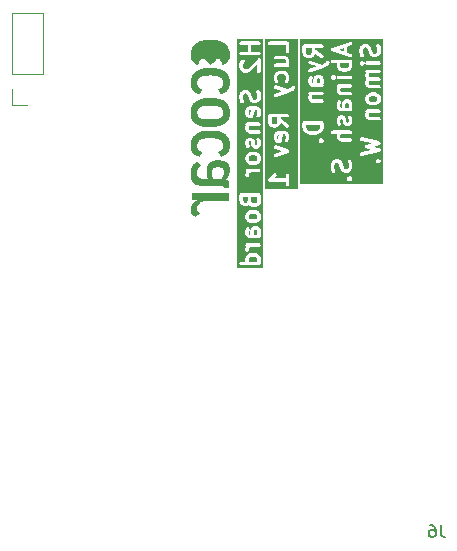
<source format=gbr>
%TF.GenerationSoftware,KiCad,Pcbnew,7.0.6*%
%TF.CreationDate,2023-12-02T19:53:02-07:00*%
%TF.ProjectId,H2 Sensor Board Lucy Rev 1,48322053-656e-4736-9f72-20426f617264,rev?*%
%TF.SameCoordinates,Original*%
%TF.FileFunction,Legend,Bot*%
%TF.FilePolarity,Positive*%
%FSLAX46Y46*%
G04 Gerber Fmt 4.6, Leading zero omitted, Abs format (unit mm)*
G04 Created by KiCad (PCBNEW 7.0.6) date 2023-12-02 19:53:02*
%MOMM*%
%LPD*%
G01*
G04 APERTURE LIST*
%ADD10C,0.300000*%
%ADD11C,0.150000*%
%ADD12C,0.120000*%
G04 APERTURE END LIST*
D10*
G36*
X151055411Y-89582168D02*
G01*
X151003060Y-89555993D01*
X150969828Y-89489528D01*
X150969828Y-89274635D01*
X151003060Y-89208170D01*
X151069524Y-89174939D01*
X151136858Y-89174939D01*
X151055411Y-89582168D01*
G37*
G36*
X150955542Y-88132386D02*
G01*
X150910835Y-88221799D01*
X150873830Y-88258804D01*
X150784418Y-88303510D01*
X150640952Y-88303510D01*
X150551539Y-88258804D01*
X150514535Y-88221800D01*
X150469828Y-88132385D01*
X150469828Y-87746367D01*
X150955542Y-87746367D01*
X150955542Y-88132386D01*
G37*
G36*
X152683845Y-93817796D02*
G01*
X149955542Y-93817796D01*
X149955542Y-93024938D01*
X150169828Y-93024938D01*
X150171111Y-93029728D01*
X150170139Y-93034592D01*
X150181084Y-93066947D01*
X150189924Y-93099938D01*
X150193430Y-93103444D01*
X150195020Y-93108143D01*
X150220674Y-93130688D01*
X150244828Y-93154842D01*
X150249619Y-93156125D01*
X150253344Y-93159399D01*
X150286831Y-93166096D01*
X150319828Y-93174938D01*
X151669828Y-93174938D01*
X151669828Y-93453510D01*
X151689924Y-93528510D01*
X151744828Y-93583414D01*
X151819828Y-93603510D01*
X151894828Y-93583414D01*
X151949732Y-93528510D01*
X151969828Y-93453510D01*
X151969828Y-92596367D01*
X151949732Y-92521367D01*
X151894828Y-92466463D01*
X151819828Y-92446367D01*
X151744828Y-92466463D01*
X151689924Y-92521367D01*
X151669828Y-92596367D01*
X151669828Y-92874938D01*
X150753389Y-92874938D01*
X150783037Y-92845290D01*
X150795112Y-92824374D01*
X150811135Y-92806306D01*
X150882564Y-92663450D01*
X150898131Y-92587380D01*
X150873577Y-92513719D01*
X150815482Y-92462203D01*
X150739413Y-92446636D01*
X150665752Y-92471190D01*
X150614236Y-92529285D01*
X150553693Y-92650369D01*
X150438552Y-92765510D01*
X150236623Y-92900130D01*
X150214077Y-92925784D01*
X150189924Y-92949938D01*
X150188640Y-92954729D01*
X150185367Y-92958454D01*
X150178669Y-92991941D01*
X150169828Y-93024938D01*
X149955542Y-93024938D01*
X149955542Y-90926571D01*
X150672267Y-90926571D01*
X150678567Y-91003960D01*
X150722717Y-91067832D01*
X150792889Y-91101071D01*
X150870278Y-91094771D01*
X151870278Y-90737628D01*
X151892510Y-90722260D01*
X151916939Y-90710689D01*
X151923973Y-90700512D01*
X151934150Y-90693478D01*
X151945721Y-90669049D01*
X151961089Y-90646817D01*
X151962092Y-90634487D01*
X151967389Y-90623306D01*
X151965195Y-90596366D01*
X151967389Y-90569428D01*
X151962092Y-90558246D01*
X151961089Y-90545917D01*
X151945721Y-90523684D01*
X151934150Y-90499256D01*
X151923973Y-90492221D01*
X151916939Y-90482045D01*
X151892510Y-90470473D01*
X151870278Y-90455106D01*
X150870278Y-90097963D01*
X150792889Y-90091663D01*
X150722717Y-90124902D01*
X150678567Y-90188774D01*
X150672267Y-90266163D01*
X150705506Y-90336335D01*
X150769378Y-90380485D01*
X151373846Y-90596367D01*
X150769378Y-90812249D01*
X150705506Y-90856399D01*
X150672267Y-90926571D01*
X149955542Y-90926571D01*
X149955542Y-89524939D01*
X150669828Y-89524939D01*
X150678751Y-89558240D01*
X150685664Y-89592021D01*
X150757093Y-89734878D01*
X150763179Y-89741741D01*
X150766080Y-89750444D01*
X150788620Y-89770432D01*
X150808609Y-89792973D01*
X150817311Y-89795873D01*
X150824175Y-89801960D01*
X150967031Y-89873389D01*
X151000813Y-89880302D01*
X151034114Y-89889225D01*
X151176971Y-89889225D01*
X151200613Y-89882890D01*
X151225038Y-89881315D01*
X151237501Y-89873006D01*
X151251971Y-89869129D01*
X151269277Y-89851822D01*
X151289644Y-89838245D01*
X151296283Y-89824816D01*
X151306875Y-89814225D01*
X151313209Y-89790582D01*
X151324058Y-89768642D01*
X151442798Y-89174939D01*
X151570133Y-89174939D01*
X151636597Y-89208171D01*
X151669828Y-89274634D01*
X151669828Y-89489529D01*
X151614236Y-89600714D01*
X151598669Y-89676784D01*
X151623223Y-89750445D01*
X151681318Y-89801960D01*
X151757388Y-89817527D01*
X151831049Y-89792973D01*
X151882564Y-89734878D01*
X151953992Y-89592020D01*
X151960903Y-89558244D01*
X151969828Y-89524939D01*
X151969828Y-89239225D01*
X151960906Y-89205928D01*
X151953993Y-89172144D01*
X151882564Y-89029286D01*
X151876478Y-89022423D01*
X151873577Y-89013718D01*
X151851032Y-88993726D01*
X151831049Y-88971191D01*
X151822346Y-88968290D01*
X151815482Y-88962203D01*
X151672623Y-88890775D01*
X151638847Y-88883863D01*
X151605542Y-88874939D01*
X151034114Y-88874939D01*
X151000808Y-88883863D01*
X150967033Y-88890775D01*
X150824175Y-88962203D01*
X150817312Y-88968288D01*
X150808608Y-88971190D01*
X150788620Y-88993730D01*
X150766080Y-89013718D01*
X150763178Y-89022422D01*
X150757093Y-89029285D01*
X150685664Y-89172143D01*
X150678751Y-89205923D01*
X150669828Y-89239225D01*
X150669828Y-89524939D01*
X149955542Y-89524939D01*
X149955542Y-88167796D01*
X150169828Y-88167796D01*
X150178751Y-88201097D01*
X150185664Y-88234878D01*
X150257093Y-88377735D01*
X150273115Y-88395803D01*
X150285190Y-88416718D01*
X150356618Y-88488147D01*
X150377533Y-88500222D01*
X150395603Y-88516246D01*
X150538461Y-88587674D01*
X150572236Y-88594585D01*
X150605542Y-88603510D01*
X150819828Y-88603510D01*
X150853131Y-88594586D01*
X150886910Y-88587674D01*
X151029767Y-88516246D01*
X151047836Y-88500222D01*
X151068751Y-88488148D01*
X151140180Y-88416719D01*
X151152254Y-88395804D01*
X151168278Y-88377735D01*
X151239706Y-88234877D01*
X151240485Y-88231068D01*
X151733809Y-88576395D01*
X151806775Y-88602941D01*
X151883240Y-88589447D01*
X151942713Y-88539529D01*
X151969259Y-88466563D01*
X151955765Y-88390098D01*
X151905847Y-88330625D01*
X151255542Y-87875411D01*
X151255542Y-87746367D01*
X151819828Y-87746367D01*
X151894828Y-87726271D01*
X151949732Y-87671367D01*
X151969828Y-87596367D01*
X151949732Y-87521367D01*
X151894828Y-87466463D01*
X151819828Y-87446367D01*
X150319828Y-87446367D01*
X150244828Y-87466463D01*
X150189924Y-87521367D01*
X150169828Y-87596367D01*
X150169828Y-88167796D01*
X149955542Y-88167796D01*
X149955542Y-85855143D01*
X150672267Y-85855143D01*
X150678567Y-85932532D01*
X150722717Y-85996404D01*
X150792889Y-86029643D01*
X150870278Y-86023343D01*
X151870278Y-85666200D01*
X151872658Y-85664554D01*
X151875537Y-85664211D01*
X152232680Y-85521353D01*
X152256870Y-85503255D01*
X152283037Y-85488148D01*
X152354466Y-85416719D01*
X152366540Y-85395804D01*
X152382564Y-85377735D01*
X152453992Y-85234877D01*
X152469559Y-85158808D01*
X152445005Y-85085147D01*
X152386910Y-85033632D01*
X152310840Y-85018065D01*
X152237179Y-85042619D01*
X152185664Y-85100714D01*
X152125121Y-85221799D01*
X152092676Y-85254244D01*
X151816821Y-85364586D01*
X150870278Y-85026535D01*
X150792889Y-85020235D01*
X150722717Y-85053474D01*
X150678567Y-85117346D01*
X150672267Y-85194735D01*
X150705506Y-85264907D01*
X150769378Y-85309057D01*
X151373846Y-85524939D01*
X150769378Y-85740821D01*
X150705506Y-85784971D01*
X150672267Y-85855143D01*
X149955542Y-85855143D01*
X149955542Y-84524939D01*
X150669828Y-84524939D01*
X150678751Y-84558240D01*
X150685664Y-84592021D01*
X150757093Y-84734879D01*
X150808608Y-84792974D01*
X150882270Y-84817528D01*
X150958339Y-84801961D01*
X151016434Y-84750446D01*
X151040988Y-84676784D01*
X151025421Y-84600715D01*
X150969828Y-84489529D01*
X150969828Y-84274635D01*
X151014535Y-84185220D01*
X151051539Y-84148216D01*
X151140952Y-84103511D01*
X151498704Y-84103511D01*
X151588116Y-84148216D01*
X151625121Y-84185221D01*
X151669828Y-84274634D01*
X151669828Y-84489529D01*
X151614236Y-84600716D01*
X151598669Y-84676785D01*
X151623224Y-84750446D01*
X151681319Y-84801961D01*
X151757388Y-84817528D01*
X151831049Y-84792973D01*
X151882564Y-84734878D01*
X151953993Y-84592020D01*
X151960906Y-84558235D01*
X151969828Y-84524939D01*
X151969828Y-84239225D01*
X151960903Y-84205919D01*
X151953992Y-84172144D01*
X151882564Y-84029286D01*
X151866540Y-84011216D01*
X151854466Y-83990302D01*
X151783037Y-83918873D01*
X151762122Y-83906798D01*
X151744053Y-83890775D01*
X151601196Y-83819347D01*
X151567417Y-83812434D01*
X151534114Y-83803511D01*
X151105542Y-83803511D01*
X151072236Y-83812435D01*
X151038461Y-83819347D01*
X150895603Y-83890775D01*
X150877533Y-83906798D01*
X150856618Y-83918874D01*
X150785190Y-83990303D01*
X150773115Y-84011217D01*
X150757093Y-84029286D01*
X150685664Y-84172143D01*
X150678751Y-84205923D01*
X150669828Y-84239225D01*
X150669828Y-84524939D01*
X149955542Y-84524939D01*
X149955542Y-83310654D01*
X150669828Y-83310654D01*
X150689924Y-83385654D01*
X150744828Y-83440558D01*
X150819828Y-83460654D01*
X151819828Y-83460654D01*
X151894828Y-83440558D01*
X151949732Y-83385654D01*
X151969828Y-83310654D01*
X151949732Y-83235654D01*
X151928503Y-83214425D01*
X151953992Y-83163449D01*
X151960903Y-83129673D01*
X151969828Y-83096368D01*
X151969828Y-82882082D01*
X151960903Y-82848776D01*
X151953992Y-82815001D01*
X151882564Y-82672143D01*
X151876478Y-82665280D01*
X151873577Y-82656576D01*
X151851036Y-82636588D01*
X151831049Y-82614048D01*
X151822344Y-82611146D01*
X151815482Y-82605061D01*
X151672624Y-82533632D01*
X151638843Y-82526719D01*
X151605542Y-82517796D01*
X150819828Y-82517796D01*
X150744828Y-82537892D01*
X150689924Y-82592796D01*
X150669828Y-82667796D01*
X150689924Y-82742796D01*
X150744828Y-82797700D01*
X150819828Y-82817796D01*
X151570132Y-82817796D01*
X151636596Y-82851028D01*
X151669828Y-82917491D01*
X151669828Y-83060958D01*
X151625121Y-83150371D01*
X151614839Y-83160654D01*
X150819828Y-83160654D01*
X150744828Y-83180750D01*
X150689924Y-83235654D01*
X150669828Y-83310654D01*
X149955542Y-83310654D01*
X149955542Y-81453510D01*
X150169828Y-81453510D01*
X150189924Y-81528510D01*
X150244828Y-81583414D01*
X150319828Y-81603510D01*
X151669828Y-81603510D01*
X151669828Y-82167796D01*
X151689924Y-82242796D01*
X151744828Y-82297700D01*
X151819828Y-82317796D01*
X151894828Y-82297700D01*
X151949732Y-82242796D01*
X151969828Y-82167796D01*
X151969828Y-81453510D01*
X151949732Y-81378510D01*
X151894828Y-81323606D01*
X151819828Y-81303510D01*
X150319828Y-81303510D01*
X150244828Y-81323606D01*
X150189924Y-81378510D01*
X150169828Y-81453510D01*
X149955542Y-81453510D01*
X149955542Y-81089224D01*
X152683845Y-81089224D01*
X152683845Y-93817796D01*
G37*
G36*
X149175116Y-99576786D02*
G01*
X149212121Y-99613791D01*
X149256828Y-99703204D01*
X149256828Y-99918099D01*
X149242695Y-99946367D01*
X148570962Y-99946367D01*
X148556828Y-99918098D01*
X148556828Y-99703205D01*
X148601535Y-99613790D01*
X148638539Y-99576786D01*
X148727952Y-99532081D01*
X149085704Y-99532081D01*
X149175116Y-99576786D01*
G37*
G36*
X149223597Y-97279599D02*
G01*
X149256828Y-97346062D01*
X149256828Y-97632385D01*
X149242695Y-97660653D01*
X148985400Y-97660653D01*
X148985400Y-97346062D01*
X149018631Y-97279598D01*
X149085095Y-97246367D01*
X149157133Y-97246367D01*
X149223597Y-97279599D01*
G37*
G36*
X149175116Y-95933929D02*
G01*
X149212121Y-95970934D01*
X149256828Y-96060347D01*
X149256828Y-96203814D01*
X149212121Y-96293227D01*
X149175116Y-96330232D01*
X149085704Y-96374938D01*
X148727952Y-96374938D01*
X148638539Y-96330232D01*
X148601535Y-96293228D01*
X148556828Y-96203813D01*
X148556828Y-96060348D01*
X148601535Y-95970933D01*
X148638539Y-95933929D01*
X148727952Y-95889224D01*
X149085704Y-95889224D01*
X149175116Y-95933929D01*
G37*
G36*
X149256828Y-94846671D02*
G01*
X149212121Y-94936084D01*
X149175116Y-94973089D01*
X149085704Y-95017795D01*
X148942238Y-95017795D01*
X148852824Y-94973088D01*
X148823647Y-94943911D01*
X148771114Y-94786309D01*
X148771114Y-94460652D01*
X149256828Y-94460652D01*
X149256828Y-94846671D01*
G37*
G36*
X148471114Y-94775242D02*
G01*
X148426407Y-94864655D01*
X148389403Y-94901659D01*
X148299990Y-94946367D01*
X148227952Y-94946367D01*
X148138539Y-94901660D01*
X148101535Y-94864656D01*
X148056828Y-94775241D01*
X148056828Y-94460652D01*
X148471114Y-94460652D01*
X148471114Y-94775242D01*
G37*
G36*
X149175116Y-91005358D02*
G01*
X149212121Y-91042363D01*
X149256828Y-91131776D01*
X149256828Y-91275243D01*
X149212121Y-91364656D01*
X149175116Y-91401661D01*
X149085704Y-91446367D01*
X148727952Y-91446367D01*
X148638539Y-91401661D01*
X148601535Y-91364657D01*
X148556828Y-91275242D01*
X148556828Y-91131777D01*
X148601535Y-91042362D01*
X148638539Y-91005358D01*
X148727952Y-90960653D01*
X149085704Y-90960653D01*
X149175116Y-91005358D01*
G37*
G36*
X148642411Y-87510739D02*
G01*
X148590060Y-87484564D01*
X148556828Y-87418099D01*
X148556828Y-87203205D01*
X148590060Y-87136741D01*
X148656524Y-87103510D01*
X148723858Y-87103510D01*
X148642411Y-87510739D01*
G37*
G36*
X149771114Y-100460653D02*
G01*
X147542542Y-100460653D01*
X147542542Y-100096367D01*
X147756828Y-100096367D01*
X147776924Y-100171367D01*
X147831828Y-100226271D01*
X147906828Y-100246367D01*
X149406828Y-100246367D01*
X149481828Y-100226271D01*
X149536732Y-100171367D01*
X149556828Y-100096367D01*
X149538083Y-100026409D01*
X149540993Y-100020590D01*
X149547906Y-99986805D01*
X149556828Y-99953509D01*
X149556828Y-99667795D01*
X149547903Y-99634489D01*
X149540992Y-99600714D01*
X149469564Y-99457856D01*
X149453540Y-99439786D01*
X149441466Y-99418872D01*
X149370037Y-99347443D01*
X149349122Y-99335368D01*
X149331053Y-99319345D01*
X149188196Y-99247917D01*
X149154417Y-99241004D01*
X149121114Y-99232081D01*
X148692542Y-99232081D01*
X148659236Y-99241005D01*
X148625461Y-99247917D01*
X148482603Y-99319345D01*
X148464533Y-99335368D01*
X148443618Y-99347444D01*
X148372190Y-99418873D01*
X148360115Y-99439787D01*
X148344093Y-99457856D01*
X148272664Y-99600713D01*
X148265751Y-99634493D01*
X148256828Y-99667795D01*
X148256828Y-99946367D01*
X147906828Y-99946367D01*
X147831828Y-99966463D01*
X147776924Y-100021367D01*
X147756828Y-100096367D01*
X147542542Y-100096367D01*
X147542542Y-98953510D01*
X148256828Y-98953510D01*
X148276924Y-99028510D01*
X148331828Y-99083414D01*
X148406828Y-99103510D01*
X148481828Y-99083414D01*
X148536732Y-99028510D01*
X148556828Y-98953510D01*
X148556828Y-98846063D01*
X148601535Y-98756648D01*
X148638539Y-98719644D01*
X148727952Y-98674938D01*
X149406828Y-98674938D01*
X149481828Y-98654842D01*
X149536732Y-98599938D01*
X149556828Y-98524938D01*
X149536732Y-98449938D01*
X149481828Y-98395034D01*
X149406828Y-98374938D01*
X148406828Y-98374938D01*
X148331828Y-98395034D01*
X148276924Y-98449938D01*
X148256828Y-98524938D01*
X148276924Y-98599938D01*
X148321961Y-98644975D01*
X148272664Y-98743571D01*
X148265751Y-98777351D01*
X148256828Y-98810653D01*
X148256828Y-98953510D01*
X147542542Y-98953510D01*
X147542542Y-97596367D01*
X148256828Y-97596367D01*
X148265751Y-97629668D01*
X148272664Y-97663449D01*
X148344093Y-97806306D01*
X148350179Y-97813169D01*
X148353080Y-97821872D01*
X148375620Y-97841860D01*
X148395609Y-97864401D01*
X148404311Y-97867301D01*
X148411175Y-97873388D01*
X148554031Y-97944817D01*
X148587813Y-97951730D01*
X148621114Y-97960653D01*
X149406828Y-97960653D01*
X149481828Y-97940557D01*
X149536732Y-97885653D01*
X149556828Y-97810653D01*
X149538083Y-97740695D01*
X149540993Y-97734876D01*
X149547906Y-97701091D01*
X149556828Y-97667795D01*
X149556828Y-97310653D01*
X149547906Y-97277356D01*
X149540993Y-97243572D01*
X149469564Y-97100714D01*
X149463478Y-97093851D01*
X149460577Y-97085146D01*
X149438032Y-97065154D01*
X149418049Y-97042619D01*
X149409346Y-97039718D01*
X149402482Y-97033631D01*
X149259623Y-96962203D01*
X149225847Y-96955291D01*
X149192542Y-96946367D01*
X149049685Y-96946367D01*
X149016379Y-96955291D01*
X148982604Y-96962203D01*
X148839746Y-97033631D01*
X148832883Y-97039716D01*
X148824179Y-97042618D01*
X148804191Y-97065158D01*
X148781651Y-97085146D01*
X148778749Y-97093850D01*
X148772664Y-97100713D01*
X148701236Y-97243572D01*
X148694324Y-97277347D01*
X148685400Y-97310653D01*
X148685400Y-97632385D01*
X148671266Y-97660653D01*
X148656524Y-97660653D01*
X148590060Y-97627421D01*
X148556828Y-97560956D01*
X148556828Y-97346063D01*
X148612421Y-97234877D01*
X148627988Y-97158808D01*
X148603434Y-97085146D01*
X148545339Y-97033631D01*
X148469270Y-97018064D01*
X148395608Y-97042618D01*
X148344093Y-97100713D01*
X148272664Y-97243571D01*
X148265751Y-97277351D01*
X148256828Y-97310653D01*
X148256828Y-97596367D01*
X147542542Y-97596367D01*
X147542542Y-96239224D01*
X148256828Y-96239224D01*
X148265751Y-96272525D01*
X148272664Y-96306306D01*
X148344093Y-96449163D01*
X148360115Y-96467231D01*
X148372190Y-96488146D01*
X148443618Y-96559575D01*
X148464533Y-96571650D01*
X148482603Y-96587674D01*
X148625461Y-96659102D01*
X148659236Y-96666013D01*
X148692542Y-96674938D01*
X149121114Y-96674938D01*
X149154417Y-96666014D01*
X149188196Y-96659102D01*
X149331053Y-96587674D01*
X149349122Y-96571650D01*
X149370037Y-96559576D01*
X149441466Y-96488147D01*
X149453540Y-96467232D01*
X149469564Y-96449163D01*
X149540992Y-96306305D01*
X149547903Y-96272529D01*
X149556828Y-96239224D01*
X149556828Y-96024938D01*
X149547903Y-95991632D01*
X149540992Y-95957857D01*
X149469564Y-95814999D01*
X149453540Y-95796929D01*
X149441466Y-95776015D01*
X149370037Y-95704586D01*
X149349122Y-95692511D01*
X149331053Y-95676488D01*
X149188196Y-95605060D01*
X149154417Y-95598147D01*
X149121114Y-95589224D01*
X148692542Y-95589224D01*
X148659236Y-95598148D01*
X148625461Y-95605060D01*
X148482603Y-95676488D01*
X148464533Y-95692511D01*
X148443618Y-95704587D01*
X148372190Y-95776016D01*
X148360115Y-95796930D01*
X148344093Y-95814999D01*
X148272664Y-95957856D01*
X148265751Y-95991636D01*
X148256828Y-96024938D01*
X148256828Y-96239224D01*
X147542542Y-96239224D01*
X147542542Y-94810652D01*
X147756828Y-94810652D01*
X147765751Y-94843953D01*
X147772664Y-94877734D01*
X147844093Y-95020592D01*
X147860116Y-95038661D01*
X147872191Y-95059576D01*
X147943619Y-95131004D01*
X147964534Y-95143079D01*
X147982603Y-95159102D01*
X148125459Y-95230531D01*
X148159241Y-95237444D01*
X148192542Y-95246367D01*
X148335400Y-95246367D01*
X148368701Y-95237443D01*
X148402482Y-95230531D01*
X148545339Y-95159102D01*
X148563407Y-95143079D01*
X148584323Y-95131004D01*
X148585687Y-95129639D01*
X148586476Y-95131004D01*
X148657905Y-95202433D01*
X148678819Y-95214507D01*
X148696889Y-95230531D01*
X148839747Y-95301959D01*
X148873522Y-95308870D01*
X148906828Y-95317795D01*
X149121114Y-95317795D01*
X149154417Y-95308871D01*
X149188196Y-95301959D01*
X149331053Y-95230531D01*
X149349122Y-95214507D01*
X149370037Y-95202433D01*
X149441466Y-95131004D01*
X149453540Y-95110089D01*
X149469564Y-95092020D01*
X149540992Y-94949162D01*
X149547903Y-94915386D01*
X149556828Y-94882081D01*
X149556828Y-94310652D01*
X149536732Y-94235652D01*
X149481828Y-94180748D01*
X149406828Y-94160652D01*
X147906828Y-94160652D01*
X147831828Y-94180748D01*
X147776924Y-94235652D01*
X147756828Y-94310652D01*
X147756828Y-94810652D01*
X147542542Y-94810652D01*
X147542542Y-92667796D01*
X148256828Y-92667796D01*
X148276924Y-92742796D01*
X148331828Y-92797700D01*
X148406828Y-92817796D01*
X148481828Y-92797700D01*
X148536732Y-92742796D01*
X148556828Y-92667796D01*
X148556828Y-92560349D01*
X148601535Y-92470934D01*
X148638539Y-92433930D01*
X148727952Y-92389224D01*
X149406828Y-92389224D01*
X149481828Y-92369128D01*
X149536732Y-92314224D01*
X149556828Y-92239224D01*
X149536732Y-92164224D01*
X149481828Y-92109320D01*
X149406828Y-92089224D01*
X148406828Y-92089224D01*
X148331828Y-92109320D01*
X148276924Y-92164224D01*
X148256828Y-92239224D01*
X148276924Y-92314224D01*
X148321961Y-92359261D01*
X148272664Y-92457857D01*
X148265751Y-92491637D01*
X148256828Y-92524939D01*
X148256828Y-92667796D01*
X147542542Y-92667796D01*
X147542542Y-91310653D01*
X148256828Y-91310653D01*
X148265751Y-91343954D01*
X148272664Y-91377735D01*
X148344093Y-91520592D01*
X148360115Y-91538660D01*
X148372190Y-91559575D01*
X148443618Y-91631004D01*
X148464533Y-91643079D01*
X148482603Y-91659103D01*
X148625461Y-91730531D01*
X148659236Y-91737442D01*
X148692542Y-91746367D01*
X149121114Y-91746367D01*
X149154417Y-91737443D01*
X149188196Y-91730531D01*
X149331053Y-91659103D01*
X149349122Y-91643079D01*
X149370037Y-91631005D01*
X149441466Y-91559576D01*
X149453540Y-91538661D01*
X149469564Y-91520592D01*
X149540992Y-91377734D01*
X149547903Y-91343958D01*
X149556828Y-91310653D01*
X149556828Y-91096367D01*
X149547903Y-91063061D01*
X149540992Y-91029286D01*
X149469564Y-90886428D01*
X149453540Y-90868358D01*
X149441466Y-90847444D01*
X149370037Y-90776015D01*
X149349122Y-90763940D01*
X149331053Y-90747917D01*
X149188196Y-90676489D01*
X149154417Y-90669576D01*
X149121114Y-90660653D01*
X148692542Y-90660653D01*
X148659236Y-90669577D01*
X148625461Y-90676489D01*
X148482603Y-90747917D01*
X148464533Y-90763940D01*
X148443618Y-90776016D01*
X148372190Y-90847445D01*
X148360115Y-90868359D01*
X148344093Y-90886428D01*
X148272664Y-91029285D01*
X148265751Y-91063065D01*
X148256828Y-91096367D01*
X148256828Y-91310653D01*
X147542542Y-91310653D01*
X147542542Y-90024938D01*
X148256828Y-90024938D01*
X148265751Y-90058239D01*
X148272664Y-90092020D01*
X148344093Y-90234877D01*
X148395609Y-90292972D01*
X148469270Y-90317526D01*
X148545339Y-90301959D01*
X148603434Y-90250443D01*
X148627988Y-90176782D01*
X148612421Y-90100712D01*
X148556828Y-89989527D01*
X148556828Y-89846063D01*
X148590060Y-89779598D01*
X148656524Y-89746367D01*
X148657133Y-89746367D01*
X148723597Y-89779599D01*
X148756828Y-89846062D01*
X148756828Y-90024938D01*
X148765751Y-90058239D01*
X148772664Y-90092020D01*
X148844093Y-90234877D01*
X148850179Y-90241740D01*
X148853080Y-90250443D01*
X148875620Y-90270431D01*
X148895609Y-90292972D01*
X148904311Y-90295872D01*
X148911175Y-90301959D01*
X149054031Y-90373388D01*
X149087813Y-90380301D01*
X149121114Y-90389224D01*
X149192542Y-90389224D01*
X149225843Y-90380300D01*
X149259624Y-90373388D01*
X149402482Y-90301959D01*
X149409344Y-90295873D01*
X149418049Y-90292972D01*
X149438036Y-90270431D01*
X149460577Y-90250444D01*
X149463478Y-90241739D01*
X149469564Y-90234877D01*
X149540992Y-90092019D01*
X149547903Y-90058243D01*
X149556828Y-90024938D01*
X149556828Y-89739224D01*
X149547903Y-89705918D01*
X149540992Y-89672143D01*
X149469564Y-89529285D01*
X149418049Y-89471190D01*
X149344388Y-89446636D01*
X149268318Y-89462203D01*
X149210223Y-89513718D01*
X149185669Y-89587379D01*
X149201236Y-89663449D01*
X149256828Y-89774633D01*
X149256828Y-89989528D01*
X149223596Y-90055991D01*
X149157132Y-90089224D01*
X149156524Y-90089224D01*
X149090060Y-90055992D01*
X149056828Y-89989527D01*
X149056828Y-89810653D01*
X149047906Y-89777356D01*
X149040993Y-89743572D01*
X148969564Y-89600714D01*
X148963478Y-89593851D01*
X148960577Y-89585146D01*
X148938032Y-89565154D01*
X148918049Y-89542619D01*
X148909346Y-89539718D01*
X148902482Y-89533631D01*
X148759623Y-89462203D01*
X148725847Y-89455291D01*
X148692542Y-89446367D01*
X148621114Y-89446367D01*
X148587808Y-89455291D01*
X148554033Y-89462203D01*
X148411175Y-89533631D01*
X148404312Y-89539716D01*
X148395608Y-89542618D01*
X148375620Y-89565158D01*
X148353080Y-89585146D01*
X148350178Y-89593850D01*
X148344093Y-89600713D01*
X148272664Y-89743571D01*
X148265751Y-89777351D01*
X148256828Y-89810653D01*
X148256828Y-90024938D01*
X147542542Y-90024938D01*
X147542542Y-88739224D01*
X148256828Y-88739224D01*
X148265751Y-88772525D01*
X148272664Y-88806306D01*
X148344093Y-88949163D01*
X148350179Y-88956026D01*
X148353080Y-88964729D01*
X148375620Y-88984717D01*
X148395609Y-89007258D01*
X148404311Y-89010158D01*
X148411175Y-89016245D01*
X148554031Y-89087674D01*
X148587813Y-89094587D01*
X148621114Y-89103510D01*
X149406828Y-89103510D01*
X149481828Y-89083414D01*
X149536732Y-89028510D01*
X149556828Y-88953510D01*
X149536732Y-88878510D01*
X149481828Y-88823606D01*
X149406828Y-88803510D01*
X148656524Y-88803510D01*
X148590060Y-88770278D01*
X148556828Y-88703813D01*
X148556828Y-88560348D01*
X148601535Y-88470933D01*
X148611818Y-88460652D01*
X149406828Y-88460652D01*
X149481828Y-88440556D01*
X149536732Y-88385652D01*
X149556828Y-88310652D01*
X149536732Y-88235652D01*
X149481828Y-88180748D01*
X149406828Y-88160652D01*
X148406828Y-88160652D01*
X148331828Y-88180748D01*
X148276924Y-88235652D01*
X148256828Y-88310652D01*
X148276924Y-88385652D01*
X148298152Y-88406880D01*
X148272664Y-88457856D01*
X148265751Y-88491636D01*
X148256828Y-88524938D01*
X148256828Y-88739224D01*
X147542542Y-88739224D01*
X147542542Y-87453510D01*
X148256828Y-87453510D01*
X148265751Y-87486811D01*
X148272664Y-87520592D01*
X148344093Y-87663449D01*
X148350179Y-87670312D01*
X148353080Y-87679015D01*
X148375620Y-87699003D01*
X148395609Y-87721544D01*
X148404311Y-87724444D01*
X148411175Y-87730531D01*
X148554031Y-87801960D01*
X148587813Y-87808873D01*
X148621114Y-87817796D01*
X148763971Y-87817796D01*
X148787613Y-87811461D01*
X148812038Y-87809886D01*
X148824501Y-87801577D01*
X148838971Y-87797700D01*
X148856277Y-87780393D01*
X148876644Y-87766816D01*
X148883283Y-87753387D01*
X148893875Y-87742796D01*
X148900209Y-87719153D01*
X148911058Y-87697213D01*
X149029798Y-87103510D01*
X149157133Y-87103510D01*
X149223597Y-87136742D01*
X149256828Y-87203205D01*
X149256828Y-87418100D01*
X149201236Y-87529285D01*
X149185669Y-87605355D01*
X149210223Y-87679016D01*
X149268318Y-87730531D01*
X149344388Y-87746098D01*
X149418049Y-87721544D01*
X149469564Y-87663449D01*
X149540992Y-87520591D01*
X149547903Y-87486815D01*
X149556828Y-87453510D01*
X149556828Y-87167796D01*
X149547906Y-87134499D01*
X149540993Y-87100715D01*
X149469564Y-86957857D01*
X149463478Y-86950994D01*
X149460577Y-86942289D01*
X149438032Y-86922297D01*
X149418049Y-86899762D01*
X149409346Y-86896861D01*
X149402482Y-86890774D01*
X149259623Y-86819346D01*
X149225847Y-86812434D01*
X149192542Y-86803510D01*
X148621114Y-86803510D01*
X148587808Y-86812434D01*
X148554033Y-86819346D01*
X148411175Y-86890774D01*
X148404312Y-86896859D01*
X148395608Y-86899761D01*
X148375620Y-86922301D01*
X148353080Y-86942289D01*
X148350178Y-86950993D01*
X148344093Y-86957856D01*
X148272664Y-87100714D01*
X148265751Y-87134494D01*
X148256828Y-87167796D01*
X148256828Y-87453510D01*
X147542542Y-87453510D01*
X147542542Y-86167796D01*
X147756828Y-86167796D01*
X147763078Y-86191124D01*
X147764526Y-86215230D01*
X147835954Y-86429516D01*
X147878736Y-86494312D01*
X147948185Y-86529037D01*
X148025691Y-86524384D01*
X148090488Y-86481602D01*
X148125212Y-86412153D01*
X148120559Y-86334647D01*
X148056828Y-86143455D01*
X148056828Y-85846063D01*
X148101535Y-85756648D01*
X148138539Y-85719644D01*
X148227952Y-85674939D01*
X148299990Y-85674939D01*
X148389401Y-85719644D01*
X148426406Y-85756649D01*
X148479586Y-85863009D01*
X148547021Y-86132747D01*
X148555057Y-86147224D01*
X148558378Y-86163449D01*
X148629807Y-86306307D01*
X148645830Y-86324376D01*
X148657906Y-86345292D01*
X148729335Y-86416720D01*
X148750249Y-86428794D01*
X148768318Y-86444817D01*
X148911174Y-86516246D01*
X148944956Y-86523159D01*
X148978257Y-86532082D01*
X149121114Y-86532082D01*
X149154415Y-86523158D01*
X149188196Y-86516246D01*
X149331053Y-86444817D01*
X149349121Y-86428794D01*
X149370036Y-86416720D01*
X149441465Y-86345292D01*
X149453542Y-86324374D01*
X149469564Y-86306306D01*
X149540993Y-86163448D01*
X149547906Y-86129663D01*
X149556828Y-86096367D01*
X149556828Y-85739225D01*
X149550578Y-85715899D01*
X149549131Y-85691791D01*
X149477703Y-85477505D01*
X149434921Y-85412709D01*
X149365472Y-85377984D01*
X149287966Y-85382636D01*
X149223170Y-85425418D01*
X149188445Y-85494867D01*
X149193097Y-85572373D01*
X149256828Y-85763567D01*
X149256828Y-86060957D01*
X149212122Y-86150369D01*
X149175118Y-86187374D01*
X149085704Y-86232082D01*
X149013667Y-86232082D01*
X148924253Y-86187374D01*
X148887248Y-86150370D01*
X148834069Y-86044011D01*
X148766635Y-85774273D01*
X148758598Y-85759796D01*
X148755278Y-85743570D01*
X148683849Y-85600714D01*
X148667826Y-85582645D01*
X148655752Y-85561731D01*
X148584324Y-85490302D01*
X148563408Y-85478226D01*
X148545339Y-85462203D01*
X148402482Y-85390775D01*
X148368703Y-85383862D01*
X148335400Y-85374939D01*
X148192542Y-85374939D01*
X148159236Y-85383863D01*
X148125461Y-85390775D01*
X147982603Y-85462203D01*
X147964533Y-85478226D01*
X147943618Y-85490302D01*
X147872190Y-85561731D01*
X147860115Y-85582645D01*
X147844093Y-85600714D01*
X147772664Y-85743571D01*
X147765751Y-85777351D01*
X147756828Y-85810653D01*
X147756828Y-86167796D01*
X147542542Y-86167796D01*
X147542542Y-83524939D01*
X147756828Y-83524939D01*
X147765751Y-83558240D01*
X147772664Y-83592021D01*
X147844093Y-83734879D01*
X147860116Y-83752948D01*
X147872191Y-83773863D01*
X147943619Y-83845291D01*
X147964534Y-83857366D01*
X147982603Y-83873389D01*
X148125459Y-83944818D01*
X148159241Y-83951731D01*
X148192542Y-83960654D01*
X148335400Y-83960654D01*
X148358728Y-83954403D01*
X148382835Y-83952956D01*
X148597119Y-83881527D01*
X148625882Y-83862535D01*
X148655751Y-83845291D01*
X149256828Y-83244213D01*
X149256828Y-83810654D01*
X149276924Y-83885654D01*
X149331828Y-83940558D01*
X149406828Y-83960654D01*
X149481828Y-83940558D01*
X149536732Y-83885654D01*
X149556828Y-83810654D01*
X149556828Y-82882082D01*
X149551717Y-82863007D01*
X149551717Y-82843259D01*
X149541843Y-82826156D01*
X149536732Y-82807082D01*
X149522767Y-82793117D01*
X149512894Y-82776016D01*
X149495792Y-82766142D01*
X149481828Y-82752178D01*
X149462753Y-82747066D01*
X149445651Y-82737193D01*
X149425903Y-82737193D01*
X149406828Y-82732082D01*
X149387753Y-82737193D01*
X149368005Y-82737193D01*
X149350902Y-82747066D01*
X149331828Y-82752178D01*
X149317863Y-82766142D01*
X149300762Y-82776016D01*
X148468657Y-83608120D01*
X148311059Y-83660654D01*
X148227952Y-83660654D01*
X148138539Y-83615947D01*
X148101535Y-83578943D01*
X148056828Y-83489529D01*
X148056828Y-83203206D01*
X148101534Y-83113793D01*
X148155751Y-83059577D01*
X148194574Y-82992334D01*
X148194574Y-82914688D01*
X148155751Y-82847445D01*
X148088508Y-82808622D01*
X148010862Y-82808622D01*
X147943619Y-82847445D01*
X147872191Y-82918873D01*
X147860116Y-82939787D01*
X147844093Y-82957857D01*
X147772664Y-83100715D01*
X147765751Y-83134495D01*
X147756828Y-83167797D01*
X147756828Y-83524939D01*
X147542542Y-83524939D01*
X147542542Y-82310653D01*
X147756828Y-82310653D01*
X147776924Y-82385653D01*
X147831828Y-82440557D01*
X147906828Y-82460653D01*
X148621114Y-82460653D01*
X149406828Y-82460653D01*
X149481828Y-82440557D01*
X149536732Y-82385653D01*
X149556828Y-82310653D01*
X149536732Y-82235653D01*
X149481828Y-82180749D01*
X149406828Y-82160653D01*
X148771114Y-82160653D01*
X148771114Y-81603510D01*
X149406828Y-81603510D01*
X149481828Y-81583414D01*
X149536732Y-81528510D01*
X149556828Y-81453510D01*
X149536732Y-81378510D01*
X149481828Y-81323606D01*
X149406828Y-81303510D01*
X147906828Y-81303510D01*
X147831828Y-81323606D01*
X147776924Y-81378510D01*
X147756828Y-81453510D01*
X147776924Y-81528510D01*
X147831828Y-81583414D01*
X147906828Y-81603510D01*
X148471114Y-81603510D01*
X148471114Y-82160653D01*
X147906828Y-82160653D01*
X147831828Y-82180749D01*
X147776924Y-82235653D01*
X147756828Y-82310653D01*
X147542542Y-82310653D01*
X147542542Y-81089224D01*
X149771114Y-81089224D01*
X149771114Y-100460653D01*
G37*
G36*
X154586828Y-88540310D02*
G01*
X154534294Y-88697912D01*
X154433688Y-88798517D01*
X154327328Y-88851698D01*
X154075507Y-88914653D01*
X153898149Y-88914653D01*
X153646327Y-88851697D01*
X153539968Y-88798518D01*
X153439361Y-88697911D01*
X153386828Y-88540312D01*
X153386828Y-88357510D01*
X154586828Y-88357510D01*
X154586828Y-88540310D01*
G37*
G36*
X156968597Y-86533600D02*
G01*
X157001828Y-86600063D01*
X157001828Y-86886386D01*
X156987695Y-86914654D01*
X156730400Y-86914654D01*
X156730400Y-86600063D01*
X156763631Y-86533599D01*
X156830095Y-86500368D01*
X156902133Y-86500368D01*
X156968597Y-86533600D01*
G37*
G36*
X159335116Y-85973644D02*
G01*
X159372121Y-86010649D01*
X159416828Y-86100062D01*
X159416828Y-86243529D01*
X159372121Y-86332942D01*
X159335116Y-86369947D01*
X159245704Y-86414653D01*
X158887952Y-86414653D01*
X158798539Y-86369947D01*
X158761535Y-86332943D01*
X158716828Y-86243528D01*
X158716828Y-86100063D01*
X158761535Y-86010648D01*
X158798539Y-85973644D01*
X158887952Y-85928939D01*
X159245704Y-85928939D01*
X159335116Y-85973644D01*
G37*
G36*
X154553597Y-84462171D02*
G01*
X154586828Y-84528634D01*
X154586828Y-84814957D01*
X154572695Y-84843225D01*
X154315400Y-84843225D01*
X154315400Y-84528634D01*
X154348631Y-84462170D01*
X154415095Y-84428939D01*
X154487133Y-84428939D01*
X154553597Y-84462171D01*
G37*
G36*
X157001828Y-83171491D02*
G01*
X157001828Y-83386386D01*
X156957121Y-83475799D01*
X156920116Y-83512804D01*
X156830704Y-83557510D01*
X156472952Y-83557510D01*
X156383539Y-83512804D01*
X156346535Y-83475800D01*
X156301828Y-83386385D01*
X156301828Y-83171491D01*
X156315962Y-83143224D01*
X156987695Y-83143224D01*
X157001828Y-83171491D01*
G37*
G36*
X153872542Y-82243529D02*
G01*
X153827835Y-82332942D01*
X153790830Y-82369947D01*
X153701418Y-82414653D01*
X153557952Y-82414653D01*
X153468539Y-82369947D01*
X153431535Y-82332943D01*
X153386828Y-82243528D01*
X153386828Y-81857510D01*
X153872542Y-81857510D01*
X153872542Y-82243529D01*
G37*
G36*
X156573257Y-82142254D02*
G01*
X156126168Y-81993225D01*
X156573257Y-81844195D01*
X156573257Y-82142254D01*
G37*
G36*
X159931114Y-93352400D02*
G01*
X152872542Y-93352400D01*
X152872542Y-92921796D01*
X156858971Y-92921796D01*
X156864082Y-92940870D01*
X156864082Y-92960619D01*
X156873955Y-92977721D01*
X156879067Y-92996796D01*
X156893031Y-93010760D01*
X156902905Y-93027862D01*
X156974335Y-93099291D01*
X156974335Y-93099292D01*
X157002755Y-93115699D01*
X157041577Y-93138114D01*
X157041578Y-93138114D01*
X157119224Y-93138114D01*
X157186464Y-93099292D01*
X157186466Y-93099291D01*
X157186467Y-93099290D01*
X157257895Y-93027861D01*
X157267768Y-93010759D01*
X157281732Y-92996796D01*
X157286843Y-92977721D01*
X157296717Y-92960619D01*
X157296717Y-92940870D01*
X157301828Y-92921796D01*
X157296717Y-92902721D01*
X157296717Y-92882973D01*
X157296717Y-92882972D01*
X157286842Y-92865869D01*
X157281732Y-92846796D01*
X157267767Y-92832831D01*
X157257894Y-92815730D01*
X157186466Y-92744302D01*
X157158047Y-92727894D01*
X157119224Y-92705479D01*
X157119223Y-92705479D01*
X157041577Y-92705479D01*
X157002754Y-92727893D01*
X156974335Y-92744301D01*
X156902906Y-92815729D01*
X156902905Y-92815729D01*
X156902905Y-92815730D01*
X156893031Y-92832831D01*
X156879067Y-92846796D01*
X156873956Y-92865869D01*
X156864082Y-92882972D01*
X156864082Y-92882973D01*
X156864082Y-92902721D01*
X156858971Y-92921796D01*
X152872542Y-92921796D01*
X152872542Y-92064654D01*
X155501828Y-92064654D01*
X155508078Y-92087982D01*
X155509526Y-92112088D01*
X155580954Y-92326374D01*
X155623736Y-92391170D01*
X155693185Y-92425895D01*
X155770691Y-92421242D01*
X155835488Y-92378460D01*
X155870212Y-92309011D01*
X155865559Y-92231505D01*
X155801828Y-92040313D01*
X155801828Y-91742921D01*
X155846535Y-91653506D01*
X155883539Y-91616502D01*
X155972952Y-91571797D01*
X156044990Y-91571797D01*
X156134401Y-91616502D01*
X156171406Y-91653507D01*
X156224586Y-91759867D01*
X156292021Y-92029605D01*
X156300057Y-92044082D01*
X156303378Y-92060307D01*
X156374807Y-92203165D01*
X156390830Y-92221234D01*
X156402906Y-92242150D01*
X156474335Y-92313578D01*
X156495249Y-92325652D01*
X156513318Y-92341675D01*
X156656174Y-92413104D01*
X156689956Y-92420017D01*
X156723257Y-92428940D01*
X156866114Y-92428940D01*
X156899415Y-92420016D01*
X156933196Y-92413104D01*
X157076053Y-92341675D01*
X157094121Y-92325652D01*
X157115036Y-92313578D01*
X157186465Y-92242150D01*
X157198542Y-92221232D01*
X157214564Y-92203164D01*
X157285993Y-92060306D01*
X157292906Y-92026521D01*
X157301828Y-91993225D01*
X157301828Y-91636083D01*
X157295578Y-91612757D01*
X157294131Y-91588649D01*
X157238514Y-91421796D01*
X159273971Y-91421796D01*
X159279082Y-91440870D01*
X159279082Y-91460619D01*
X159288955Y-91477721D01*
X159294067Y-91496796D01*
X159308031Y-91510760D01*
X159317905Y-91527862D01*
X159389334Y-91599291D01*
X159389335Y-91599292D01*
X159396586Y-91603478D01*
X159456577Y-91638114D01*
X159456578Y-91638114D01*
X159534224Y-91638114D01*
X159573047Y-91615698D01*
X159601466Y-91599291D01*
X159601467Y-91599290D01*
X159672895Y-91527861D01*
X159682768Y-91510759D01*
X159696732Y-91496796D01*
X159701843Y-91477721D01*
X159711717Y-91460619D01*
X159711717Y-91440870D01*
X159716828Y-91421796D01*
X159711717Y-91402721D01*
X159711717Y-91382973D01*
X159711717Y-91382972D01*
X159701842Y-91365869D01*
X159696732Y-91346796D01*
X159682767Y-91332831D01*
X159676673Y-91322276D01*
X159672894Y-91315730D01*
X159601466Y-91244302D01*
X159573047Y-91227894D01*
X159534224Y-91205479D01*
X159534223Y-91205479D01*
X159456577Y-91205479D01*
X159417754Y-91227893D01*
X159389335Y-91244301D01*
X159317906Y-91315729D01*
X159317905Y-91315729D01*
X159317905Y-91315730D01*
X159314126Y-91322276D01*
X159308031Y-91332831D01*
X159294067Y-91346796D01*
X159288956Y-91365869D01*
X159279082Y-91382972D01*
X159279082Y-91382973D01*
X159279082Y-91402721D01*
X159273971Y-91421796D01*
X157238514Y-91421796D01*
X157222703Y-91374363D01*
X157179921Y-91309567D01*
X157110472Y-91274842D01*
X157032966Y-91279494D01*
X156968170Y-91322276D01*
X156933445Y-91391725D01*
X156938097Y-91469231D01*
X157001828Y-91660425D01*
X157001828Y-91957815D01*
X156957122Y-92047227D01*
X156920118Y-92084232D01*
X156830704Y-92128940D01*
X156758667Y-92128940D01*
X156669253Y-92084232D01*
X156632248Y-92047228D01*
X156579069Y-91940869D01*
X156511635Y-91671131D01*
X156503598Y-91656654D01*
X156500278Y-91640428D01*
X156428849Y-91497572D01*
X156412826Y-91479503D01*
X156400752Y-91458589D01*
X156329324Y-91387160D01*
X156308408Y-91375084D01*
X156290339Y-91359061D01*
X156147482Y-91287633D01*
X156113703Y-91280720D01*
X156080400Y-91271797D01*
X155937542Y-91271797D01*
X155904236Y-91280721D01*
X155870461Y-91287633D01*
X155727603Y-91359061D01*
X155709533Y-91375084D01*
X155688618Y-91387160D01*
X155617190Y-91458589D01*
X155605115Y-91479503D01*
X155589093Y-91497572D01*
X155517664Y-91640429D01*
X155510751Y-91674209D01*
X155501828Y-91707511D01*
X155501828Y-92064654D01*
X152872542Y-92064654D01*
X152872542Y-90885111D01*
X157920907Y-90885111D01*
X157957828Y-90953417D01*
X158023956Y-90994111D01*
X158101571Y-90996289D01*
X159601571Y-90639146D01*
X159603562Y-90638069D01*
X159605824Y-90638067D01*
X159637577Y-90619683D01*
X159669877Y-90602225D01*
X159671063Y-90600297D01*
X159673021Y-90599164D01*
X159691328Y-90567366D01*
X159710571Y-90536097D01*
X159710634Y-90533834D01*
X159711763Y-90531874D01*
X159711719Y-90495185D01*
X159712749Y-90458482D01*
X159711672Y-90456490D01*
X159711670Y-90454229D01*
X159693286Y-90422475D01*
X159675828Y-90390176D01*
X159673900Y-90388989D01*
X159672767Y-90387032D01*
X159640969Y-90368724D01*
X159609700Y-90349482D01*
X159607437Y-90349418D01*
X159605477Y-90348290D01*
X159077554Y-90207510D01*
X159605477Y-90066731D01*
X159607437Y-90065602D01*
X159609700Y-90065539D01*
X159640969Y-90046296D01*
X159672767Y-90027989D01*
X159673900Y-90026031D01*
X159675828Y-90024845D01*
X159693286Y-89992545D01*
X159711670Y-89960792D01*
X159711672Y-89958530D01*
X159712749Y-89956539D01*
X159711719Y-89919835D01*
X159711763Y-89883147D01*
X159710634Y-89881186D01*
X159710571Y-89878924D01*
X159691328Y-89847654D01*
X159673021Y-89815857D01*
X159671063Y-89814723D01*
X159669877Y-89812796D01*
X159637577Y-89795337D01*
X159605824Y-89776954D01*
X159603562Y-89776951D01*
X159601571Y-89775875D01*
X158101571Y-89418732D01*
X158023956Y-89420910D01*
X157957828Y-89461604D01*
X157920907Y-89529910D01*
X157923085Y-89607525D01*
X157963779Y-89673653D01*
X158032085Y-89710574D01*
X158953797Y-89930029D01*
X158456751Y-90062575D01*
X158456591Y-90062666D01*
X158456404Y-90062667D01*
X158422801Y-90082121D01*
X158389461Y-90101317D01*
X158389367Y-90101477D01*
X158389207Y-90101571D01*
X158369868Y-90135158D01*
X158350558Y-90168514D01*
X158350557Y-90168698D01*
X158350465Y-90168860D01*
X158350511Y-90207718D01*
X158350465Y-90246159D01*
X158350556Y-90246318D01*
X158350557Y-90246506D01*
X158370011Y-90280108D01*
X158389207Y-90313449D01*
X158389367Y-90313542D01*
X158389461Y-90313703D01*
X158423048Y-90333041D01*
X158456404Y-90352352D01*
X158456588Y-90352352D01*
X158456750Y-90352445D01*
X158953797Y-90484991D01*
X158032085Y-90704447D01*
X157963779Y-90741368D01*
X157923085Y-90807496D01*
X157920907Y-90885111D01*
X152872542Y-90885111D01*
X152872542Y-89707510D01*
X154443971Y-89707510D01*
X154449082Y-89726584D01*
X154449082Y-89746333D01*
X154458955Y-89763435D01*
X154464067Y-89782510D01*
X154478030Y-89796473D01*
X154487454Y-89812796D01*
X154487905Y-89813576D01*
X154559335Y-89885005D01*
X154559335Y-89885006D01*
X154587755Y-89901413D01*
X154626577Y-89923828D01*
X154626578Y-89923828D01*
X154704224Y-89923828D01*
X154771464Y-89885006D01*
X154771466Y-89885005D01*
X154771467Y-89885004D01*
X154842895Y-89813575D01*
X154852768Y-89796473D01*
X154866732Y-89782510D01*
X154871843Y-89763435D01*
X154881717Y-89746333D01*
X154881717Y-89726584D01*
X154886828Y-89707510D01*
X154881717Y-89688435D01*
X154881717Y-89668687D01*
X154881717Y-89668686D01*
X154871842Y-89651583D01*
X154866732Y-89632510D01*
X154852767Y-89618545D01*
X154846405Y-89607525D01*
X154842894Y-89601444D01*
X154771466Y-89530016D01*
X154743047Y-89513608D01*
X154704224Y-89491193D01*
X154704223Y-89491193D01*
X154626577Y-89491193D01*
X154600621Y-89506179D01*
X154559335Y-89530015D01*
X154487906Y-89601443D01*
X154487905Y-89601443D01*
X154487905Y-89601444D01*
X154484394Y-89607525D01*
X154478031Y-89618545D01*
X154464067Y-89632510D01*
X154458956Y-89651583D01*
X154449082Y-89668686D01*
X154449082Y-89668687D01*
X154449082Y-89688435D01*
X154443971Y-89707510D01*
X152872542Y-89707510D01*
X152872542Y-88564653D01*
X153086828Y-88564653D01*
X153093078Y-88587981D01*
X153094526Y-88612087D01*
X153165954Y-88826373D01*
X153184953Y-88855148D01*
X153202191Y-88885005D01*
X153345048Y-89027862D01*
X153365963Y-89039937D01*
X153384032Y-89055960D01*
X153526888Y-89127389D01*
X153543114Y-89130709D01*
X153557591Y-89138746D01*
X153843305Y-89210174D01*
X153861807Y-89209862D01*
X153879685Y-89214653D01*
X154093971Y-89214653D01*
X154111848Y-89209862D01*
X154130351Y-89210174D01*
X154416065Y-89138746D01*
X154430542Y-89130709D01*
X154446767Y-89127389D01*
X154589624Y-89055960D01*
X154607693Y-89039937D01*
X154628608Y-89027862D01*
X154663245Y-88993225D01*
X155501828Y-88993225D01*
X155521924Y-89068225D01*
X155576828Y-89123129D01*
X155651828Y-89143225D01*
X156017092Y-89143225D01*
X156010751Y-89174209D01*
X156001828Y-89207511D01*
X156001828Y-89421797D01*
X156010751Y-89455098D01*
X156017664Y-89488879D01*
X156089093Y-89631736D01*
X156095179Y-89638599D01*
X156098080Y-89647302D01*
X156120620Y-89667290D01*
X156140609Y-89689831D01*
X156149311Y-89692731D01*
X156156175Y-89698818D01*
X156299031Y-89770247D01*
X156332813Y-89777160D01*
X156366114Y-89786083D01*
X157151828Y-89786083D01*
X157226828Y-89765987D01*
X157281732Y-89711083D01*
X157301828Y-89636083D01*
X157281732Y-89561083D01*
X157226828Y-89506179D01*
X157151828Y-89486083D01*
X156401524Y-89486083D01*
X156335060Y-89452851D01*
X156301828Y-89386386D01*
X156301828Y-89242921D01*
X156346535Y-89153506D01*
X156356818Y-89143225D01*
X157151828Y-89143225D01*
X157226828Y-89123129D01*
X157281732Y-89068225D01*
X157301828Y-88993225D01*
X157281732Y-88918225D01*
X157226828Y-88863321D01*
X157151828Y-88843225D01*
X155651828Y-88843225D01*
X155576828Y-88863321D01*
X155521924Y-88918225D01*
X155501828Y-88993225D01*
X154663245Y-88993225D01*
X154771466Y-88885005D01*
X154788705Y-88855145D01*
X154807703Y-88826373D01*
X154879131Y-88612087D01*
X154880578Y-88587978D01*
X154886828Y-88564653D01*
X154886828Y-88207510D01*
X154867689Y-88136082D01*
X156001828Y-88136082D01*
X156010751Y-88169383D01*
X156017664Y-88203164D01*
X156089093Y-88346021D01*
X156140609Y-88404116D01*
X156214270Y-88428670D01*
X156290339Y-88413103D01*
X156348434Y-88361587D01*
X156372988Y-88287926D01*
X156357421Y-88211856D01*
X156301828Y-88100671D01*
X156301828Y-87957206D01*
X156335060Y-87890742D01*
X156401524Y-87857511D01*
X156402133Y-87857511D01*
X156468597Y-87890743D01*
X156501828Y-87957206D01*
X156501828Y-88136082D01*
X156510751Y-88169383D01*
X156517664Y-88203164D01*
X156589093Y-88346021D01*
X156595179Y-88352884D01*
X156598080Y-88361587D01*
X156620620Y-88381575D01*
X156640609Y-88404116D01*
X156649311Y-88407016D01*
X156656175Y-88413103D01*
X156799031Y-88484532D01*
X156832813Y-88491445D01*
X156866114Y-88500368D01*
X156937542Y-88500368D01*
X156970843Y-88491444D01*
X157004624Y-88484532D01*
X157147482Y-88413103D01*
X157154344Y-88407017D01*
X157163049Y-88404116D01*
X157183036Y-88381575D01*
X157205577Y-88361588D01*
X157208478Y-88352883D01*
X157214564Y-88346021D01*
X157285992Y-88203163D01*
X157292903Y-88169387D01*
X157301828Y-88136082D01*
X157301828Y-87850368D01*
X157292903Y-87817062D01*
X157285992Y-87783287D01*
X157214564Y-87640429D01*
X157210709Y-87636082D01*
X158416828Y-87636082D01*
X158425751Y-87669383D01*
X158432664Y-87703164D01*
X158504093Y-87846021D01*
X158510179Y-87852884D01*
X158513080Y-87861587D01*
X158535620Y-87881575D01*
X158555609Y-87904116D01*
X158564311Y-87907016D01*
X158571175Y-87913103D01*
X158714031Y-87984532D01*
X158747813Y-87991445D01*
X158781114Y-88000368D01*
X159566828Y-88000368D01*
X159641828Y-87980272D01*
X159696732Y-87925368D01*
X159716828Y-87850368D01*
X159696732Y-87775368D01*
X159641828Y-87720464D01*
X159566828Y-87700368D01*
X158816524Y-87700368D01*
X158750060Y-87667136D01*
X158716828Y-87600671D01*
X158716828Y-87457206D01*
X158761535Y-87367791D01*
X158771818Y-87357510D01*
X159566828Y-87357510D01*
X159641828Y-87337414D01*
X159696732Y-87282510D01*
X159716828Y-87207510D01*
X159696732Y-87132510D01*
X159641828Y-87077606D01*
X159566828Y-87057510D01*
X158566828Y-87057510D01*
X158491828Y-87077606D01*
X158436924Y-87132510D01*
X158416828Y-87207510D01*
X158436924Y-87282510D01*
X158458152Y-87303738D01*
X158432664Y-87354714D01*
X158425751Y-87388494D01*
X158416828Y-87421796D01*
X158416828Y-87636082D01*
X157210709Y-87636082D01*
X157163049Y-87582334D01*
X157089388Y-87557780D01*
X157013318Y-87573347D01*
X156955223Y-87624862D01*
X156930669Y-87698523D01*
X156946236Y-87774593D01*
X157001828Y-87885777D01*
X157001828Y-88100672D01*
X156968596Y-88167135D01*
X156902132Y-88200368D01*
X156901524Y-88200368D01*
X156835060Y-88167136D01*
X156801828Y-88100671D01*
X156801828Y-87921797D01*
X156792906Y-87888500D01*
X156785993Y-87854716D01*
X156714564Y-87711858D01*
X156708478Y-87704995D01*
X156705577Y-87696290D01*
X156683032Y-87676298D01*
X156663049Y-87653763D01*
X156654346Y-87650862D01*
X156647482Y-87644775D01*
X156504623Y-87573347D01*
X156470847Y-87566435D01*
X156437542Y-87557511D01*
X156366114Y-87557511D01*
X156332808Y-87566435D01*
X156299033Y-87573347D01*
X156156175Y-87644775D01*
X156149312Y-87650860D01*
X156140608Y-87653762D01*
X156120620Y-87676302D01*
X156098080Y-87696290D01*
X156095178Y-87704994D01*
X156089093Y-87711857D01*
X156017664Y-87854715D01*
X156010751Y-87888495D01*
X156001828Y-87921797D01*
X156001828Y-88136082D01*
X154867689Y-88136082D01*
X154866732Y-88132510D01*
X154811828Y-88077606D01*
X154736828Y-88057510D01*
X153236828Y-88057510D01*
X153161828Y-88077606D01*
X153106924Y-88132510D01*
X153086828Y-88207510D01*
X153086828Y-88564653D01*
X152872542Y-88564653D01*
X152872542Y-86850368D01*
X156001828Y-86850368D01*
X156010751Y-86883669D01*
X156017664Y-86917450D01*
X156089093Y-87060307D01*
X156095179Y-87067170D01*
X156098080Y-87075873D01*
X156120620Y-87095861D01*
X156140609Y-87118402D01*
X156149311Y-87121302D01*
X156156175Y-87127389D01*
X156299031Y-87198818D01*
X156332813Y-87205731D01*
X156366114Y-87214654D01*
X157151828Y-87214654D01*
X157226828Y-87194558D01*
X157281732Y-87139654D01*
X157301828Y-87064654D01*
X157283083Y-86994696D01*
X157285993Y-86988877D01*
X157292906Y-86955092D01*
X157301828Y-86921796D01*
X157301828Y-86564654D01*
X157292906Y-86531357D01*
X157285993Y-86497573D01*
X157214564Y-86354715D01*
X157208478Y-86347852D01*
X157205577Y-86339147D01*
X157183032Y-86319155D01*
X157163049Y-86296620D01*
X157154346Y-86293719D01*
X157147482Y-86287632D01*
X157130096Y-86278939D01*
X158416828Y-86278939D01*
X158425751Y-86312240D01*
X158432664Y-86346021D01*
X158504093Y-86488878D01*
X158520115Y-86506946D01*
X158532190Y-86527861D01*
X158603618Y-86599290D01*
X158624533Y-86611365D01*
X158642603Y-86627389D01*
X158785461Y-86698817D01*
X158819236Y-86705728D01*
X158852542Y-86714653D01*
X159281114Y-86714653D01*
X159314417Y-86705729D01*
X159348196Y-86698817D01*
X159491053Y-86627389D01*
X159509122Y-86611365D01*
X159530037Y-86599291D01*
X159601466Y-86527862D01*
X159613540Y-86506947D01*
X159629564Y-86488878D01*
X159700992Y-86346020D01*
X159707903Y-86312244D01*
X159716828Y-86278939D01*
X159716828Y-86064653D01*
X159707903Y-86031347D01*
X159700992Y-85997572D01*
X159629564Y-85854714D01*
X159613540Y-85836644D01*
X159601466Y-85815730D01*
X159530037Y-85744301D01*
X159509122Y-85732226D01*
X159491053Y-85716203D01*
X159348196Y-85644775D01*
X159314417Y-85637862D01*
X159281114Y-85628939D01*
X158852542Y-85628939D01*
X158819236Y-85637863D01*
X158785461Y-85644775D01*
X158642603Y-85716203D01*
X158624533Y-85732226D01*
X158603618Y-85744302D01*
X158532190Y-85815731D01*
X158520115Y-85836645D01*
X158504093Y-85854714D01*
X158432664Y-85997571D01*
X158425751Y-86031351D01*
X158416828Y-86064653D01*
X158416828Y-86278939D01*
X157130096Y-86278939D01*
X157004623Y-86216204D01*
X156970847Y-86209292D01*
X156937542Y-86200368D01*
X156794685Y-86200368D01*
X156761379Y-86209292D01*
X156727604Y-86216204D01*
X156584746Y-86287632D01*
X156577883Y-86293717D01*
X156569179Y-86296619D01*
X156549191Y-86319159D01*
X156526651Y-86339147D01*
X156523749Y-86347851D01*
X156517664Y-86354714D01*
X156446236Y-86497573D01*
X156439324Y-86531348D01*
X156430400Y-86564654D01*
X156430400Y-86886385D01*
X156416266Y-86914654D01*
X156401524Y-86914654D01*
X156335060Y-86881422D01*
X156301828Y-86814957D01*
X156301828Y-86600063D01*
X156357421Y-86488878D01*
X156372988Y-86412809D01*
X156348434Y-86339147D01*
X156290339Y-86287632D01*
X156214270Y-86272065D01*
X156140608Y-86296619D01*
X156089093Y-86354714D01*
X156017664Y-86497572D01*
X156010751Y-86531352D01*
X156001828Y-86564654D01*
X156001828Y-86850368D01*
X152872542Y-86850368D01*
X152872542Y-86136082D01*
X153586828Y-86136082D01*
X153595751Y-86169383D01*
X153602664Y-86203164D01*
X153674093Y-86346021D01*
X153680179Y-86352884D01*
X153683080Y-86361587D01*
X153705620Y-86381575D01*
X153725609Y-86404116D01*
X153734311Y-86407016D01*
X153741175Y-86413103D01*
X153884031Y-86484532D01*
X153917813Y-86491445D01*
X153951114Y-86500368D01*
X154736828Y-86500368D01*
X154811828Y-86480272D01*
X154866732Y-86425368D01*
X154886828Y-86350368D01*
X154866732Y-86275368D01*
X154811828Y-86220464D01*
X154736828Y-86200368D01*
X153986524Y-86200368D01*
X153920060Y-86167136D01*
X153886828Y-86100671D01*
X153886828Y-85957206D01*
X153931535Y-85867791D01*
X153941818Y-85857510D01*
X154736828Y-85857510D01*
X154811828Y-85837414D01*
X154866732Y-85782510D01*
X154886828Y-85707510D01*
X154866732Y-85632510D01*
X154811828Y-85577606D01*
X154736828Y-85557510D01*
X153736828Y-85557510D01*
X153661828Y-85577606D01*
X153606924Y-85632510D01*
X153586828Y-85707510D01*
X153606924Y-85782510D01*
X153628152Y-85803738D01*
X153602664Y-85854714D01*
X153595751Y-85888494D01*
X153586828Y-85921796D01*
X153586828Y-86136082D01*
X152872542Y-86136082D01*
X152872542Y-85493225D01*
X156001828Y-85493225D01*
X156010751Y-85526526D01*
X156017664Y-85560307D01*
X156089093Y-85703164D01*
X156095179Y-85710027D01*
X156098080Y-85718730D01*
X156120620Y-85738718D01*
X156140609Y-85761259D01*
X156149311Y-85764159D01*
X156156175Y-85770246D01*
X156299031Y-85841675D01*
X156332813Y-85848588D01*
X156366114Y-85857511D01*
X157151828Y-85857511D01*
X157226828Y-85837415D01*
X157281732Y-85782511D01*
X157301828Y-85707511D01*
X157281732Y-85632511D01*
X157226828Y-85577607D01*
X157151828Y-85557511D01*
X156401524Y-85557511D01*
X156335060Y-85524279D01*
X156301828Y-85457814D01*
X156301828Y-85314349D01*
X156346535Y-85224934D01*
X156356818Y-85214653D01*
X157151828Y-85214653D01*
X157226828Y-85194557D01*
X157281732Y-85139653D01*
X157301828Y-85064653D01*
X157281732Y-84989653D01*
X157226828Y-84934749D01*
X157178486Y-84921796D01*
X158416828Y-84921796D01*
X158425751Y-84955097D01*
X158432664Y-84988878D01*
X158504093Y-85131735D01*
X158510179Y-85138598D01*
X158513080Y-85147301D01*
X158535620Y-85167289D01*
X158555609Y-85189830D01*
X158564311Y-85192730D01*
X158571175Y-85198817D01*
X158714031Y-85270246D01*
X158747813Y-85277159D01*
X158781114Y-85286082D01*
X159566828Y-85286082D01*
X159641828Y-85265986D01*
X159696732Y-85211082D01*
X159716828Y-85136082D01*
X159696732Y-85061082D01*
X159641828Y-85006178D01*
X159566828Y-84986082D01*
X158816524Y-84986082D01*
X158750060Y-84952850D01*
X158716828Y-84886385D01*
X158716828Y-84742920D01*
X158750060Y-84676456D01*
X158816524Y-84643225D01*
X159566828Y-84643225D01*
X159641828Y-84623129D01*
X159696732Y-84568225D01*
X159716828Y-84493225D01*
X159696732Y-84418225D01*
X159641828Y-84363321D01*
X159566828Y-84343225D01*
X158816524Y-84343225D01*
X158750060Y-84309993D01*
X158716828Y-84243528D01*
X158716828Y-84100063D01*
X158761535Y-84010648D01*
X158771818Y-84000367D01*
X159566828Y-84000367D01*
X159641828Y-83980271D01*
X159696732Y-83925367D01*
X159716828Y-83850367D01*
X159696732Y-83775367D01*
X159641828Y-83720463D01*
X159566828Y-83700367D01*
X158566828Y-83700367D01*
X158491828Y-83720463D01*
X158436924Y-83775367D01*
X158416828Y-83850367D01*
X158436924Y-83925367D01*
X158458152Y-83946595D01*
X158432664Y-83997571D01*
X158425751Y-84031351D01*
X158416828Y-84064653D01*
X158416828Y-84278939D01*
X158425751Y-84312240D01*
X158432664Y-84346021D01*
X158504093Y-84488878D01*
X158507947Y-84493224D01*
X158504093Y-84497571D01*
X158432664Y-84640428D01*
X158425751Y-84674208D01*
X158416828Y-84707510D01*
X158416828Y-84921796D01*
X157178486Y-84921796D01*
X157151828Y-84914653D01*
X156151828Y-84914653D01*
X156076828Y-84934749D01*
X156021924Y-84989653D01*
X156001828Y-85064653D01*
X156021924Y-85139653D01*
X156043152Y-85160881D01*
X156017664Y-85211857D01*
X156010751Y-85245637D01*
X156001828Y-85278939D01*
X156001828Y-85493225D01*
X152872542Y-85493225D01*
X152872542Y-84778939D01*
X153586828Y-84778939D01*
X153595751Y-84812240D01*
X153602664Y-84846021D01*
X153674093Y-84988878D01*
X153680179Y-84995741D01*
X153683080Y-85004444D01*
X153705620Y-85024432D01*
X153725609Y-85046973D01*
X153734311Y-85049873D01*
X153741175Y-85055960D01*
X153884031Y-85127389D01*
X153917813Y-85134302D01*
X153951114Y-85143225D01*
X154736828Y-85143225D01*
X154811828Y-85123129D01*
X154866732Y-85068225D01*
X154886828Y-84993225D01*
X154868083Y-84923267D01*
X154870993Y-84917448D01*
X154877906Y-84883663D01*
X154886828Y-84850367D01*
X154886828Y-84493225D01*
X154877906Y-84459928D01*
X154870993Y-84426144D01*
X154833104Y-84350367D01*
X155501828Y-84350367D01*
X155506939Y-84369441D01*
X155506939Y-84389190D01*
X155516812Y-84406292D01*
X155521924Y-84425367D01*
X155535888Y-84439331D01*
X155545762Y-84456433D01*
X155617192Y-84527862D01*
X155617192Y-84527863D01*
X155645612Y-84544270D01*
X155684434Y-84566685D01*
X155684435Y-84566685D01*
X155762081Y-84566685D01*
X155829321Y-84527863D01*
X155829323Y-84527862D01*
X155829324Y-84527861D01*
X155900752Y-84456432D01*
X155910625Y-84439330D01*
X155924589Y-84425367D01*
X155929700Y-84406292D01*
X155939574Y-84389190D01*
X155939574Y-84369441D01*
X155944685Y-84350367D01*
X156001828Y-84350367D01*
X156021924Y-84425367D01*
X156076828Y-84480271D01*
X156151828Y-84500367D01*
X157151828Y-84500367D01*
X157226828Y-84480271D01*
X157281732Y-84425367D01*
X157301828Y-84350367D01*
X157281732Y-84275367D01*
X157226828Y-84220463D01*
X157151828Y-84200367D01*
X156151828Y-84200367D01*
X156076828Y-84220463D01*
X156021924Y-84275367D01*
X156001828Y-84350367D01*
X155944685Y-84350367D01*
X155939574Y-84331292D01*
X155939574Y-84311544D01*
X155939574Y-84311543D01*
X155929699Y-84294440D01*
X155924589Y-84275367D01*
X155910624Y-84261402D01*
X155900751Y-84244301D01*
X155829323Y-84172873D01*
X155788035Y-84149035D01*
X155762081Y-84134050D01*
X155762080Y-84134050D01*
X155684434Y-84134050D01*
X155650292Y-84153762D01*
X155617192Y-84172872D01*
X155545763Y-84244300D01*
X155545762Y-84244300D01*
X155545762Y-84244301D01*
X155535888Y-84261402D01*
X155521924Y-84275367D01*
X155516813Y-84294440D01*
X155506939Y-84311543D01*
X155506939Y-84311544D01*
X155506939Y-84331292D01*
X155501828Y-84350367D01*
X154833104Y-84350367D01*
X154799564Y-84283286D01*
X154793478Y-84276423D01*
X154790577Y-84267718D01*
X154768032Y-84247726D01*
X154748049Y-84225191D01*
X154739346Y-84222290D01*
X154732482Y-84216203D01*
X154589623Y-84144775D01*
X154555847Y-84137863D01*
X154522542Y-84128939D01*
X154379685Y-84128939D01*
X154346379Y-84137863D01*
X154312604Y-84144775D01*
X154169746Y-84216203D01*
X154162883Y-84222288D01*
X154154179Y-84225190D01*
X154134191Y-84247730D01*
X154111651Y-84267718D01*
X154108749Y-84276422D01*
X154102664Y-84283285D01*
X154031236Y-84426144D01*
X154024324Y-84459919D01*
X154015400Y-84493225D01*
X154015400Y-84814957D01*
X154001266Y-84843225D01*
X153986524Y-84843225D01*
X153920060Y-84809993D01*
X153886828Y-84743528D01*
X153886828Y-84528635D01*
X153942421Y-84417449D01*
X153957988Y-84341380D01*
X153933434Y-84267718D01*
X153875339Y-84216203D01*
X153799270Y-84200636D01*
X153725608Y-84225190D01*
X153674093Y-84283285D01*
X153602664Y-84426143D01*
X153595751Y-84459923D01*
X153586828Y-84493225D01*
X153586828Y-84778939D01*
X152872542Y-84778939D01*
X152872542Y-83752000D01*
X153589267Y-83752000D01*
X153595567Y-83829389D01*
X153639717Y-83893261D01*
X153709889Y-83926500D01*
X153787278Y-83920200D01*
X154787278Y-83563057D01*
X154789658Y-83561411D01*
X154792537Y-83561068D01*
X155149680Y-83418210D01*
X155173870Y-83400112D01*
X155200037Y-83385005D01*
X155271466Y-83313576D01*
X155283540Y-83292661D01*
X155299564Y-83274592D01*
X155370992Y-83131734D01*
X155386559Y-83055665D01*
X155365745Y-82993224D01*
X155501828Y-82993224D01*
X155521924Y-83068224D01*
X155576828Y-83123128D01*
X155651828Y-83143224D01*
X156001828Y-83143224D01*
X156001828Y-83421796D01*
X156010751Y-83455097D01*
X156017664Y-83488878D01*
X156089093Y-83631735D01*
X156105115Y-83649803D01*
X156117190Y-83670718D01*
X156188618Y-83742147D01*
X156209533Y-83754222D01*
X156227603Y-83770246D01*
X156370461Y-83841674D01*
X156404236Y-83848585D01*
X156437542Y-83857510D01*
X156866114Y-83857510D01*
X156899417Y-83848586D01*
X156933196Y-83841674D01*
X157076053Y-83770246D01*
X157094122Y-83754222D01*
X157115037Y-83742148D01*
X157186466Y-83670719D01*
X157198540Y-83649804D01*
X157214564Y-83631735D01*
X157285992Y-83488877D01*
X157292903Y-83455101D01*
X157301828Y-83421796D01*
X157301828Y-83136082D01*
X157301828Y-83136081D01*
X157916828Y-83136081D01*
X157921939Y-83155155D01*
X157921939Y-83174904D01*
X157931812Y-83192006D01*
X157936924Y-83211081D01*
X157950888Y-83225045D01*
X157960762Y-83242147D01*
X158032191Y-83313576D01*
X158032192Y-83313577D01*
X158039441Y-83317762D01*
X158099434Y-83352399D01*
X158099435Y-83352399D01*
X158177081Y-83352399D01*
X158225082Y-83324685D01*
X158244323Y-83313576D01*
X158244324Y-83313575D01*
X158315752Y-83242146D01*
X158325625Y-83225044D01*
X158339589Y-83211081D01*
X158344700Y-83192006D01*
X158354574Y-83174904D01*
X158354574Y-83155155D01*
X158359685Y-83136081D01*
X158416828Y-83136081D01*
X158436924Y-83211081D01*
X158491828Y-83265985D01*
X158566828Y-83286081D01*
X159566828Y-83286081D01*
X159641828Y-83265985D01*
X159696732Y-83211081D01*
X159716828Y-83136081D01*
X159696732Y-83061081D01*
X159641828Y-83006177D01*
X159566828Y-82986081D01*
X158566828Y-82986081D01*
X158491828Y-83006177D01*
X158436924Y-83061081D01*
X158416828Y-83136081D01*
X158359685Y-83136081D01*
X158354574Y-83117006D01*
X158354574Y-83097258D01*
X158354574Y-83097257D01*
X158344699Y-83080154D01*
X158339589Y-83061081D01*
X158325624Y-83047116D01*
X158315751Y-83030015D01*
X158244323Y-82958587D01*
X158211222Y-82939476D01*
X158177081Y-82919764D01*
X158177080Y-82919764D01*
X158099434Y-82919764D01*
X158080858Y-82930489D01*
X158032192Y-82958586D01*
X157960763Y-83030014D01*
X157960762Y-83030014D01*
X157960762Y-83030015D01*
X157950888Y-83047116D01*
X157936924Y-83061081D01*
X157931813Y-83080154D01*
X157921939Y-83097257D01*
X157921939Y-83097258D01*
X157921939Y-83117006D01*
X157916828Y-83136081D01*
X157301828Y-83136081D01*
X157292906Y-83102785D01*
X157285993Y-83069001D01*
X157283083Y-83063181D01*
X157301828Y-82993224D01*
X157281732Y-82918224D01*
X157226828Y-82863320D01*
X157151828Y-82843224D01*
X155651828Y-82843224D01*
X155576828Y-82863320D01*
X155521924Y-82918224D01*
X155501828Y-82993224D01*
X155365745Y-82993224D01*
X155362005Y-82982004D01*
X155303910Y-82930489D01*
X155227840Y-82914922D01*
X155154179Y-82939476D01*
X155102664Y-82997571D01*
X155042121Y-83118656D01*
X155009676Y-83151101D01*
X154733821Y-83261443D01*
X153787278Y-82923392D01*
X153709889Y-82917092D01*
X153639717Y-82950331D01*
X153595567Y-83014203D01*
X153589267Y-83091592D01*
X153622506Y-83161764D01*
X153686378Y-83205914D01*
X154290846Y-83421795D01*
X153686378Y-83637678D01*
X153622506Y-83681828D01*
X153589267Y-83752000D01*
X152872542Y-83752000D01*
X152872542Y-82278939D01*
X153086828Y-82278939D01*
X153095751Y-82312240D01*
X153102664Y-82346021D01*
X153174093Y-82488878D01*
X153190115Y-82506946D01*
X153202190Y-82527861D01*
X153273618Y-82599290D01*
X153294533Y-82611365D01*
X153312603Y-82627389D01*
X153455461Y-82698817D01*
X153489236Y-82705728D01*
X153522542Y-82714653D01*
X153736828Y-82714653D01*
X153770131Y-82705729D01*
X153803910Y-82698817D01*
X153946767Y-82627389D01*
X153964836Y-82611365D01*
X153985751Y-82599291D01*
X154057180Y-82527862D01*
X154069254Y-82506947D01*
X154085278Y-82488878D01*
X154156706Y-82346020D01*
X154157485Y-82342211D01*
X154650809Y-82687538D01*
X154723775Y-82714084D01*
X154800240Y-82700590D01*
X154859713Y-82650672D01*
X154886259Y-82577706D01*
X154872765Y-82501241D01*
X154822847Y-82441768D01*
X154225032Y-82023297D01*
X155504873Y-82023297D01*
X155508976Y-82031503D01*
X155509526Y-82040659D01*
X155526123Y-82065797D01*
X155539598Y-82092746D01*
X155547252Y-82097800D01*
X155552307Y-82105455D01*
X155579255Y-82118929D01*
X155604394Y-82135527D01*
X157104394Y-82635528D01*
X157181900Y-82640180D01*
X157251349Y-82605456D01*
X157294131Y-82540659D01*
X157298783Y-82463153D01*
X157264059Y-82393704D01*
X157199262Y-82350923D01*
X156983311Y-82278939D01*
X157916828Y-82278939D01*
X157923078Y-82302267D01*
X157924526Y-82326373D01*
X157995954Y-82540659D01*
X158038736Y-82605455D01*
X158108185Y-82640180D01*
X158185691Y-82635527D01*
X158250488Y-82592745D01*
X158285212Y-82523296D01*
X158280559Y-82445790D01*
X158216828Y-82254598D01*
X158216828Y-81957206D01*
X158261535Y-81867791D01*
X158298539Y-81830787D01*
X158387952Y-81786082D01*
X158459990Y-81786082D01*
X158549401Y-81830787D01*
X158586406Y-81867792D01*
X158639586Y-81974152D01*
X158707021Y-82243890D01*
X158715057Y-82258367D01*
X158718378Y-82274592D01*
X158789807Y-82417450D01*
X158805830Y-82435519D01*
X158817906Y-82456435D01*
X158889335Y-82527863D01*
X158910249Y-82539937D01*
X158928318Y-82555960D01*
X159071174Y-82627389D01*
X159104956Y-82634302D01*
X159138257Y-82643225D01*
X159281114Y-82643225D01*
X159314415Y-82634301D01*
X159348196Y-82627389D01*
X159491053Y-82555960D01*
X159509121Y-82539937D01*
X159530036Y-82527863D01*
X159601465Y-82456435D01*
X159613542Y-82435517D01*
X159629564Y-82417449D01*
X159700993Y-82274591D01*
X159707906Y-82240806D01*
X159716828Y-82207510D01*
X159716828Y-81850368D01*
X159710578Y-81827042D01*
X159709131Y-81802934D01*
X159637703Y-81588648D01*
X159594921Y-81523852D01*
X159525472Y-81489127D01*
X159447966Y-81493779D01*
X159383170Y-81536561D01*
X159348445Y-81606010D01*
X159353097Y-81683516D01*
X159416828Y-81874710D01*
X159416828Y-82172100D01*
X159372122Y-82261512D01*
X159335118Y-82298517D01*
X159245704Y-82343225D01*
X159173667Y-82343225D01*
X159084253Y-82298517D01*
X159047248Y-82261513D01*
X158994069Y-82155154D01*
X158926635Y-81885416D01*
X158918598Y-81870939D01*
X158915278Y-81854713D01*
X158843849Y-81711857D01*
X158827826Y-81693788D01*
X158815752Y-81672874D01*
X158744324Y-81601445D01*
X158723408Y-81589369D01*
X158705339Y-81573346D01*
X158562482Y-81501918D01*
X158528703Y-81495005D01*
X158495400Y-81486082D01*
X158352542Y-81486082D01*
X158319236Y-81495006D01*
X158285461Y-81501918D01*
X158142603Y-81573346D01*
X158124533Y-81589369D01*
X158103618Y-81601445D01*
X158032190Y-81672874D01*
X158020115Y-81693788D01*
X158004093Y-81711857D01*
X157932664Y-81854714D01*
X157925751Y-81888494D01*
X157916828Y-81921796D01*
X157916828Y-82278939D01*
X156983311Y-82278939D01*
X156873257Y-82242254D01*
X156873257Y-81744195D01*
X157199262Y-81635527D01*
X157264059Y-81592746D01*
X157298783Y-81523297D01*
X157294131Y-81445791D01*
X157251349Y-81380994D01*
X157181900Y-81346270D01*
X157104394Y-81350922D01*
X155604394Y-81850923D01*
X155579255Y-81867520D01*
X155552307Y-81880995D01*
X155547252Y-81888649D01*
X155539598Y-81893704D01*
X155526123Y-81920652D01*
X155509526Y-81945791D01*
X155508976Y-81954946D01*
X155504873Y-81963153D01*
X155506678Y-81993224D01*
X155504873Y-82023297D01*
X154225032Y-82023297D01*
X154172542Y-81986554D01*
X154172542Y-81857510D01*
X154736828Y-81857510D01*
X154811828Y-81837414D01*
X154866732Y-81782510D01*
X154886828Y-81707510D01*
X154866732Y-81632510D01*
X154811828Y-81577606D01*
X154736828Y-81557510D01*
X153236828Y-81557510D01*
X153161828Y-81577606D01*
X153106924Y-81632510D01*
X153086828Y-81707510D01*
X153086828Y-82278939D01*
X152872542Y-82278939D01*
X152872542Y-81131984D01*
X159931114Y-81131984D01*
X159931114Y-93352400D01*
G37*
D11*
X164798333Y-122263819D02*
X164798333Y-122978104D01*
X164798333Y-122978104D02*
X164845952Y-123120961D01*
X164845952Y-123120961D02*
X164941190Y-123216200D01*
X164941190Y-123216200D02*
X165084047Y-123263819D01*
X165084047Y-123263819D02*
X165179285Y-123263819D01*
X163893571Y-122263819D02*
X164084047Y-122263819D01*
X164084047Y-122263819D02*
X164179285Y-122311438D01*
X164179285Y-122311438D02*
X164226904Y-122359057D01*
X164226904Y-122359057D02*
X164322142Y-122501914D01*
X164322142Y-122501914D02*
X164369761Y-122692390D01*
X164369761Y-122692390D02*
X164369761Y-123073342D01*
X164369761Y-123073342D02*
X164322142Y-123168580D01*
X164322142Y-123168580D02*
X164274523Y-123216200D01*
X164274523Y-123216200D02*
X164179285Y-123263819D01*
X164179285Y-123263819D02*
X163988809Y-123263819D01*
X163988809Y-123263819D02*
X163893571Y-123216200D01*
X163893571Y-123216200D02*
X163845952Y-123168580D01*
X163845952Y-123168580D02*
X163798333Y-123073342D01*
X163798333Y-123073342D02*
X163798333Y-122835247D01*
X163798333Y-122835247D02*
X163845952Y-122740009D01*
X163845952Y-122740009D02*
X163893571Y-122692390D01*
X163893571Y-122692390D02*
X163988809Y-122644771D01*
X163988809Y-122644771D02*
X164179285Y-122644771D01*
X164179285Y-122644771D02*
X164274523Y-122692390D01*
X164274523Y-122692390D02*
X164322142Y-122740009D01*
X164322142Y-122740009D02*
X164369761Y-122835247D01*
D12*
%TO.C,U10*%
X131124000Y-84074000D02*
X131124000Y-78934000D01*
X128464000Y-86674000D02*
X129794000Y-86674000D01*
X128464000Y-85344000D02*
X128464000Y-86674000D01*
X128464000Y-84074000D02*
X131124000Y-84074000D01*
X128464000Y-84074000D02*
X128464000Y-78934000D01*
X128464000Y-78934000D02*
X131124000Y-78934000D01*
%TO.C,G\u002A\u002A\u002A*%
G36*
X146158324Y-94126693D02*
G01*
X146245835Y-94126714D01*
X146328728Y-94126746D01*
X146406708Y-94126789D01*
X146479482Y-94126841D01*
X146546757Y-94126903D01*
X146608239Y-94126976D01*
X146663633Y-94127057D01*
X146712646Y-94127148D01*
X146754985Y-94127248D01*
X146790356Y-94127358D01*
X146818464Y-94127476D01*
X146839016Y-94127603D01*
X146851719Y-94127738D01*
X146856278Y-94127882D01*
X146857054Y-94129077D01*
X146857949Y-94133571D01*
X146858709Y-94141819D01*
X146859342Y-94154288D01*
X146859852Y-94171448D01*
X146860246Y-94193766D01*
X146860529Y-94221711D01*
X146860708Y-94255751D01*
X146860789Y-94296354D01*
X146860776Y-94343989D01*
X146860677Y-94399125D01*
X146860497Y-94462229D01*
X146859417Y-94794563D01*
X145783682Y-94796673D01*
X144707947Y-94798782D01*
X144680526Y-94810880D01*
X144650529Y-94824436D01*
X144574762Y-94862032D01*
X144506716Y-94901195D01*
X144445908Y-94942335D01*
X144391859Y-94985860D01*
X144344089Y-95032181D01*
X144302117Y-95081708D01*
X144265463Y-95134849D01*
X144233647Y-95192015D01*
X144223093Y-95214113D01*
X144196632Y-95281269D01*
X144177733Y-95350620D01*
X144172939Y-95379689D01*
X144169620Y-95414904D01*
X144167928Y-95453284D01*
X144167865Y-95492540D01*
X144169434Y-95530384D01*
X144172638Y-95564528D01*
X144177478Y-95592684D01*
X144180462Y-95604615D01*
X144198230Y-95654916D01*
X144223597Y-95701706D01*
X144256607Y-95745049D01*
X144297308Y-95785006D01*
X144345744Y-95821640D01*
X144376651Y-95842312D01*
X144209156Y-95984972D01*
X144198342Y-95994182D01*
X144166238Y-96021523D01*
X144136002Y-96047267D01*
X144108287Y-96070862D01*
X144083742Y-96091753D01*
X144063018Y-96109388D01*
X144046765Y-96123212D01*
X144035633Y-96132672D01*
X144030274Y-96137214D01*
X144018886Y-96146796D01*
X143991060Y-96136322D01*
X143959540Y-96123328D01*
X143900463Y-96092481D01*
X143845507Y-96055071D01*
X143795327Y-96011764D01*
X143750575Y-95963229D01*
X143711904Y-95910135D01*
X143679968Y-95853150D01*
X143655419Y-95792942D01*
X143647120Y-95766103D01*
X143631739Y-95700051D01*
X143621747Y-95629843D01*
X143617212Y-95557167D01*
X143618203Y-95483709D01*
X143624789Y-95411158D01*
X143637038Y-95341200D01*
X143654236Y-95276169D01*
X143677575Y-95212198D01*
X143706877Y-95151766D01*
X143742749Y-95093776D01*
X143785800Y-95037130D01*
X143836637Y-94980730D01*
X143847415Y-94969782D01*
X143902612Y-94918516D01*
X143962771Y-94870406D01*
X144029043Y-94824584D01*
X144102582Y-94780180D01*
X144110642Y-94775592D01*
X144128006Y-94765585D01*
X144141709Y-94757509D01*
X144150520Y-94752099D01*
X144153205Y-94750085D01*
X144152695Y-94750048D01*
X144145171Y-94749713D01*
X144130418Y-94749178D01*
X144109459Y-94748476D01*
X144083312Y-94747636D01*
X144053000Y-94746687D01*
X144019543Y-94745661D01*
X143983962Y-94744587D01*
X143947278Y-94743496D01*
X143910512Y-94742417D01*
X143874684Y-94741382D01*
X143840815Y-94740420D01*
X143809927Y-94739561D01*
X143783040Y-94738836D01*
X143761175Y-94738274D01*
X143745353Y-94737907D01*
X143736594Y-94737764D01*
X143701763Y-94737613D01*
X143702845Y-94432821D01*
X143703928Y-94128030D01*
X145277454Y-94126950D01*
X145327224Y-94126917D01*
X145441108Y-94126849D01*
X145552722Y-94126792D01*
X145661775Y-94126748D01*
X145767971Y-94126714D01*
X145871018Y-94126693D01*
X145970622Y-94126682D01*
X146066489Y-94126682D01*
X146158324Y-94126693D01*
G37*
G36*
X145357623Y-81146214D02*
G01*
X145400564Y-81146750D01*
X145438328Y-81147741D01*
X145469399Y-81149206D01*
X145506372Y-81151700D01*
X145624731Y-81162201D01*
X145736261Y-81176207D01*
X145841685Y-81193887D01*
X145941728Y-81215409D01*
X146037113Y-81240942D01*
X146128565Y-81270655D01*
X146216808Y-81304717D01*
X146302566Y-81343295D01*
X146345405Y-81364755D01*
X146422372Y-81407966D01*
X146492794Y-81454200D01*
X146557775Y-81504211D01*
X146618424Y-81558754D01*
X146629486Y-81569586D01*
X146664493Y-81605721D01*
X146695112Y-81640812D01*
X146723530Y-81677473D01*
X146751936Y-81718318D01*
X146760338Y-81731253D01*
X146793372Y-81787956D01*
X146824891Y-81851179D01*
X146854364Y-81919421D01*
X146881257Y-81991181D01*
X146905038Y-82064958D01*
X146925176Y-82139252D01*
X146941137Y-82212562D01*
X146952389Y-82283387D01*
X146954578Y-82306614D01*
X146956165Y-82337113D01*
X146957012Y-82371802D01*
X146957147Y-82408879D01*
X146956596Y-82446543D01*
X146955387Y-82482992D01*
X146953548Y-82516426D01*
X146951105Y-82545044D01*
X146948086Y-82567043D01*
X146941186Y-82601638D01*
X146919527Y-82683927D01*
X146891168Y-82761665D01*
X146855796Y-82835639D01*
X146813098Y-82906638D01*
X146782474Y-82949916D01*
X146725432Y-83019029D01*
X146661177Y-83084034D01*
X146589898Y-83144762D01*
X146511781Y-83201046D01*
X146427014Y-83252716D01*
X146412774Y-83260403D01*
X146393722Y-83270150D01*
X146372659Y-83280517D01*
X146350950Y-83290873D01*
X146329958Y-83300588D01*
X146311048Y-83309032D01*
X146295583Y-83315575D01*
X146284928Y-83319587D01*
X146280446Y-83320437D01*
X146280654Y-83316269D01*
X146282479Y-83306091D01*
X146285536Y-83292192D01*
X146290573Y-83261688D01*
X146291184Y-83216328D01*
X146284460Y-83168249D01*
X146270578Y-83117949D01*
X146249718Y-83065927D01*
X146222058Y-83012684D01*
X146187775Y-82958718D01*
X146147050Y-82904528D01*
X146131516Y-82886092D01*
X146104815Y-82856527D01*
X146074540Y-82824934D01*
X146042519Y-82793156D01*
X146010579Y-82763038D01*
X145980546Y-82736426D01*
X145972928Y-82729959D01*
X145956389Y-82716061D01*
X145942385Y-82704488D01*
X145932205Y-82696297D01*
X145927137Y-82692547D01*
X145925889Y-82692511D01*
X145919822Y-82696326D01*
X145909267Y-82705830D01*
X145894012Y-82721235D01*
X145873844Y-82742752D01*
X145848550Y-82770591D01*
X145842849Y-82776909D01*
X145811190Y-82811278D01*
X145775236Y-82849291D01*
X145735825Y-82890129D01*
X145693790Y-82932971D01*
X145649969Y-82977000D01*
X145605198Y-83021394D01*
X145560310Y-83065337D01*
X145516144Y-83108007D01*
X145473534Y-83148586D01*
X145433317Y-83186254D01*
X145396328Y-83220192D01*
X145363403Y-83249582D01*
X145335378Y-83273603D01*
X145321586Y-83285087D01*
X145293217Y-83260386D01*
X145219444Y-83194691D01*
X145140834Y-83121832D01*
X145060692Y-83044875D01*
X144980550Y-82965340D01*
X144901938Y-82884747D01*
X144826389Y-82804616D01*
X144755432Y-82726467D01*
X144736831Y-82705776D01*
X144716769Y-82684217D01*
X144701830Y-82669216D01*
X144692043Y-82660801D01*
X144687435Y-82658999D01*
X144628723Y-82704996D01*
X144563565Y-82760928D01*
X144504672Y-82817159D01*
X144452224Y-82873406D01*
X144406400Y-82929388D01*
X144367378Y-82984825D01*
X144335337Y-83039435D01*
X144310455Y-83092937D01*
X144292912Y-83145049D01*
X144282887Y-83195490D01*
X144280557Y-83243980D01*
X144286103Y-83290237D01*
X144286375Y-83291527D01*
X144289200Y-83305826D01*
X144290922Y-83316241D01*
X144291177Y-83320595D01*
X144290940Y-83320616D01*
X144285544Y-83318815D01*
X144274205Y-83314281D01*
X144258389Y-83307613D01*
X144239560Y-83299414D01*
X144185833Y-83273986D01*
X144103421Y-83228223D01*
X144024514Y-83176118D01*
X143950502Y-83118615D01*
X143882774Y-83056660D01*
X143825258Y-82994530D01*
X143771548Y-82925210D01*
X143725613Y-82852620D01*
X143687439Y-82776736D01*
X143657014Y-82697534D01*
X143634327Y-82614988D01*
X143619366Y-82529076D01*
X143616420Y-82497838D01*
X143614557Y-82458697D01*
X143613973Y-82415841D01*
X143614629Y-82371651D01*
X143616490Y-82328505D01*
X143619518Y-82288785D01*
X143623674Y-82254869D01*
X143623849Y-82253752D01*
X143639478Y-82171942D01*
X143660957Y-82087081D01*
X143687590Y-82001401D01*
X143718687Y-81917137D01*
X143753552Y-81836521D01*
X143777024Y-81789908D01*
X143822183Y-81715120D01*
X143874600Y-81644413D01*
X143934107Y-81577950D01*
X144000538Y-81515896D01*
X144073726Y-81458416D01*
X144153504Y-81405672D01*
X144239706Y-81357830D01*
X144288184Y-81334217D01*
X144376822Y-81295912D01*
X144469165Y-81262163D01*
X144565872Y-81232796D01*
X144667606Y-81207638D01*
X144775027Y-81186515D01*
X144888796Y-81169254D01*
X145009575Y-81155680D01*
X145039204Y-81153375D01*
X145076005Y-81151332D01*
X145118224Y-81149593D01*
X145164349Y-81148180D01*
X145212866Y-81147114D01*
X145262259Y-81146417D01*
X145311016Y-81146110D01*
X145357623Y-81146214D01*
G37*
G36*
X145319336Y-83549141D02*
G01*
X145392803Y-83550132D01*
X145465636Y-83552033D01*
X145535935Y-83554815D01*
X145601803Y-83558448D01*
X145661343Y-83562905D01*
X145721614Y-83568734D01*
X145845378Y-83584622D01*
X145962146Y-83605181D01*
X146071944Y-83630418D01*
X146174802Y-83660343D01*
X146270745Y-83694966D01*
X146359802Y-83734296D01*
X146442000Y-83778343D01*
X146517365Y-83827116D01*
X146585926Y-83880624D01*
X146653421Y-83943801D01*
X146714115Y-84011827D01*
X146767758Y-84084482D01*
X146814346Y-84161759D01*
X146853876Y-84243653D01*
X146886345Y-84330157D01*
X146911751Y-84421265D01*
X146930089Y-84516970D01*
X146941358Y-84617267D01*
X146945100Y-84690884D01*
X146944930Y-84779643D01*
X146939783Y-84867298D01*
X146929818Y-84952794D01*
X146915197Y-85035081D01*
X146896077Y-85113107D01*
X146872620Y-85185817D01*
X146844984Y-85252162D01*
X146821756Y-85297995D01*
X146796555Y-85340416D01*
X146768341Y-85380599D01*
X146735649Y-85420631D01*
X146697010Y-85462599D01*
X146662391Y-85497085D01*
X146594253Y-85557309D01*
X146521798Y-85611554D01*
X146443922Y-85660618D01*
X146359516Y-85705296D01*
X146342324Y-85713469D01*
X146316605Y-85725166D01*
X146290284Y-85736614D01*
X146264542Y-85747347D01*
X146240560Y-85756896D01*
X146219520Y-85764796D01*
X146202604Y-85770580D01*
X146190994Y-85773779D01*
X146185870Y-85773928D01*
X146185853Y-85773909D01*
X146183046Y-85769390D01*
X146176742Y-85758388D01*
X146167386Y-85741719D01*
X146155423Y-85720198D01*
X146141300Y-85694642D01*
X146125460Y-85665867D01*
X146108349Y-85634688D01*
X146090413Y-85601923D01*
X146072096Y-85568386D01*
X146053844Y-85534894D01*
X146036102Y-85502264D01*
X146019315Y-85471310D01*
X146003929Y-85442850D01*
X145990388Y-85417698D01*
X145979139Y-85396673D01*
X145970625Y-85380588D01*
X145965293Y-85370261D01*
X145963588Y-85366507D01*
X145967450Y-85364737D01*
X145977147Y-85360753D01*
X145990392Y-85355516D01*
X146057934Y-85325046D01*
X146124000Y-85286272D01*
X146185433Y-85240560D01*
X146241714Y-85188257D01*
X146274501Y-85150695D01*
X146304461Y-85107317D01*
X146328759Y-85060553D01*
X146347680Y-85009620D01*
X146361511Y-84953734D01*
X146370539Y-84892114D01*
X146375049Y-84823977D01*
X146374995Y-84766354D01*
X146368918Y-84695454D01*
X146356022Y-84629518D01*
X146336290Y-84568522D01*
X146309705Y-84512442D01*
X146276251Y-84461254D01*
X146235913Y-84414934D01*
X146188672Y-84373456D01*
X146134513Y-84336798D01*
X146073420Y-84304934D01*
X146005377Y-84277841D01*
X145977222Y-84268549D01*
X145911278Y-84249887D01*
X145840183Y-84233872D01*
X145763511Y-84220454D01*
X145680840Y-84209580D01*
X145591745Y-84201201D01*
X145495801Y-84195264D01*
X145392585Y-84191718D01*
X145281672Y-84190513D01*
X145223505Y-84190807D01*
X145110987Y-84193402D01*
X145006188Y-84198698D01*
X144908914Y-84206724D01*
X144818971Y-84217510D01*
X144736166Y-84231085D01*
X144660304Y-84247479D01*
X144591191Y-84266723D01*
X144528635Y-84288844D01*
X144472440Y-84313873D01*
X144448559Y-84326414D01*
X144392900Y-84361389D01*
X144344084Y-84401118D01*
X144301941Y-84445825D01*
X144266299Y-84495738D01*
X144236989Y-84551082D01*
X144213840Y-84612083D01*
X144196680Y-84678968D01*
X144196549Y-84679616D01*
X144193339Y-84701608D01*
X144190942Y-84729920D01*
X144189357Y-84762714D01*
X144188584Y-84798148D01*
X144188620Y-84834383D01*
X144189466Y-84869579D01*
X144191119Y-84901896D01*
X144193579Y-84929495D01*
X144196845Y-84950534D01*
X144200553Y-84967437D01*
X144207512Y-84996107D01*
X144214661Y-85020654D01*
X144222861Y-85043896D01*
X144232976Y-85068654D01*
X144253333Y-85109395D01*
X144285601Y-85157298D01*
X144325406Y-85201681D01*
X144372790Y-85242582D01*
X144427795Y-85280035D01*
X144490464Y-85314075D01*
X144560837Y-85344738D01*
X144566697Y-85347076D01*
X144583411Y-85354534D01*
X144593765Y-85360572D01*
X144596893Y-85364710D01*
X144595934Y-85366972D01*
X144591461Y-85376140D01*
X144583764Y-85391376D01*
X144573287Y-85411832D01*
X144560475Y-85436661D01*
X144545772Y-85465017D01*
X144529622Y-85496050D01*
X144512469Y-85528915D01*
X144494758Y-85562764D01*
X144476932Y-85596748D01*
X144459436Y-85630021D01*
X144442713Y-85661736D01*
X144427208Y-85691045D01*
X144413366Y-85717100D01*
X144401630Y-85739054D01*
X144392444Y-85756060D01*
X144386253Y-85767270D01*
X144383501Y-85771837D01*
X144383059Y-85772202D01*
X144375793Y-85772864D01*
X144362024Y-85770389D01*
X144342756Y-85765154D01*
X144318992Y-85757537D01*
X144291735Y-85747916D01*
X144261989Y-85736669D01*
X144230756Y-85724172D01*
X144199039Y-85710805D01*
X144167842Y-85696943D01*
X144138168Y-85682966D01*
X144111020Y-85669250D01*
X144069797Y-85646302D01*
X144006214Y-85605936D01*
X143945849Y-85561545D01*
X143889743Y-85514036D01*
X143838937Y-85464314D01*
X143794473Y-85413281D01*
X143757389Y-85361845D01*
X143751513Y-85352389D01*
X143734987Y-85322977D01*
X143717860Y-85289015D01*
X143701342Y-85253091D01*
X143686645Y-85217795D01*
X143674981Y-85185716D01*
X143662591Y-85144766D01*
X143644197Y-85067176D01*
X143630507Y-84984640D01*
X143621567Y-84898509D01*
X143617423Y-84810134D01*
X143618123Y-84720864D01*
X143623715Y-84632048D01*
X143634244Y-84545037D01*
X143649758Y-84461180D01*
X143654340Y-84441416D01*
X143676365Y-84364513D01*
X143704674Y-84288021D01*
X143738523Y-84213465D01*
X143777173Y-84142369D01*
X143819882Y-84076258D01*
X143865907Y-84016657D01*
X143868680Y-84013406D01*
X143926886Y-83950689D01*
X143990017Y-83892836D01*
X144058289Y-83839766D01*
X144131913Y-83791395D01*
X144211105Y-83747641D01*
X144296079Y-83708424D01*
X144387048Y-83673660D01*
X144484226Y-83643267D01*
X144587827Y-83617163D01*
X144698066Y-83595266D01*
X144815156Y-83577495D01*
X144939310Y-83563765D01*
X145070744Y-83553997D01*
X145114098Y-83551906D01*
X145178086Y-83549999D01*
X145247131Y-83549087D01*
X145319336Y-83549141D01*
G37*
G36*
X145436904Y-86087810D02*
G01*
X145568871Y-86094230D01*
X145695529Y-86105202D01*
X145816623Y-86120680D01*
X145931903Y-86140617D01*
X146041116Y-86164966D01*
X146144009Y-86193682D01*
X146240330Y-86226717D01*
X146329828Y-86264026D01*
X146412249Y-86305562D01*
X146419323Y-86309509D01*
X146498590Y-86358119D01*
X146571066Y-86411111D01*
X146636848Y-86468648D01*
X146696030Y-86530894D01*
X146748708Y-86598013D01*
X146794977Y-86670167D01*
X146834932Y-86747522D01*
X146868668Y-86830239D01*
X146896281Y-86918483D01*
X146917866Y-87012418D01*
X146933518Y-87112208D01*
X146943333Y-87218015D01*
X146943528Y-87221404D01*
X146944204Y-87243436D01*
X146944364Y-87271719D01*
X146944059Y-87304436D01*
X146943344Y-87339774D01*
X146942268Y-87375916D01*
X146940886Y-87411047D01*
X146939249Y-87443352D01*
X146937410Y-87471015D01*
X146935422Y-87492222D01*
X146932998Y-87511905D01*
X146917342Y-87610811D01*
X146896550Y-87703330D01*
X146870459Y-87789842D01*
X146838906Y-87870726D01*
X146801728Y-87946362D01*
X146758762Y-88017130D01*
X146709846Y-88083408D01*
X146654816Y-88145576D01*
X146629058Y-88171251D01*
X146561555Y-88230307D01*
X146487129Y-88284634D01*
X146405842Y-88334210D01*
X146317754Y-88379012D01*
X146222926Y-88419019D01*
X146121418Y-88454208D01*
X146013290Y-88484559D01*
X145898605Y-88510049D01*
X145777421Y-88530656D01*
X145649800Y-88546358D01*
X145515803Y-88557134D01*
X145464540Y-88559933D01*
X145335701Y-88564283D01*
X145208739Y-88564763D01*
X145084484Y-88561429D01*
X144963765Y-88554338D01*
X144847415Y-88543548D01*
X144736263Y-88529115D01*
X144631140Y-88511097D01*
X144532876Y-88489551D01*
X144505732Y-88482668D01*
X144399265Y-88451557D01*
X144299667Y-88415573D01*
X144206913Y-88374699D01*
X144120976Y-88328920D01*
X144041831Y-88278218D01*
X143969453Y-88222579D01*
X143903815Y-88161985D01*
X143844891Y-88096421D01*
X143792656Y-88025870D01*
X143778929Y-88004382D01*
X143750161Y-87952899D01*
X143723071Y-87895772D01*
X143698455Y-87834895D01*
X143677110Y-87772166D01*
X143659830Y-87709478D01*
X143654118Y-87685268D01*
X143643773Y-87637211D01*
X143635561Y-87591678D01*
X143629283Y-87546851D01*
X143624744Y-87500912D01*
X143621745Y-87452043D01*
X143620091Y-87398426D01*
X143619583Y-87338244D01*
X143619631Y-87323449D01*
X144193816Y-87323449D01*
X144194439Y-87358385D01*
X144195898Y-87391412D01*
X144198170Y-87420366D01*
X144201235Y-87443082D01*
X144209307Y-87481052D01*
X144226916Y-87539697D01*
X144250028Y-87593306D01*
X144278875Y-87642066D01*
X144313689Y-87686162D01*
X144354700Y-87725781D01*
X144402141Y-87761109D01*
X144456243Y-87792332D01*
X144517236Y-87819637D01*
X144585353Y-87843209D01*
X144660824Y-87863236D01*
X144743882Y-87879903D01*
X144771018Y-87884411D01*
X144823496Y-87892036D01*
X144877740Y-87898434D01*
X144934856Y-87903687D01*
X144995951Y-87907878D01*
X145062132Y-87911089D01*
X145134504Y-87913403D01*
X145214175Y-87914900D01*
X145264866Y-87915382D01*
X145379676Y-87914867D01*
X145486737Y-87911971D01*
X145586309Y-87906642D01*
X145678652Y-87898827D01*
X145764024Y-87888473D01*
X145842685Y-87875527D01*
X145914894Y-87859936D01*
X145980909Y-87841647D01*
X146040991Y-87820607D01*
X146095398Y-87796763D01*
X146144389Y-87770062D01*
X146188223Y-87740452D01*
X146227161Y-87707878D01*
X146243528Y-87691905D01*
X146278122Y-87651832D01*
X146306515Y-87608485D01*
X146329231Y-87560841D01*
X146346794Y-87507875D01*
X146359728Y-87448562D01*
X146361866Y-87434432D01*
X146365516Y-87397818D01*
X146367538Y-87356763D01*
X146367935Y-87313813D01*
X146366710Y-87271512D01*
X146363866Y-87232403D01*
X146359406Y-87199031D01*
X146356578Y-87184131D01*
X146340492Y-87122446D01*
X146318263Y-87066427D01*
X146289714Y-87015799D01*
X146254672Y-86970286D01*
X146212958Y-86929612D01*
X146164398Y-86893503D01*
X146137773Y-86877091D01*
X146089412Y-86851558D01*
X146036615Y-86828826D01*
X145978910Y-86808786D01*
X145915825Y-86791327D01*
X145846886Y-86776339D01*
X145771622Y-86763711D01*
X145689559Y-86753333D01*
X145600225Y-86745094D01*
X145503147Y-86738883D01*
X145496193Y-86738548D01*
X145465986Y-86737489D01*
X145429554Y-86736702D01*
X145388120Y-86736177D01*
X145342904Y-86735904D01*
X145295129Y-86735874D01*
X145246016Y-86736076D01*
X145196787Y-86736501D01*
X145148663Y-86737139D01*
X145102867Y-86737980D01*
X145060620Y-86739015D01*
X145023143Y-86740233D01*
X144991659Y-86741625D01*
X144967389Y-86743181D01*
X144933780Y-86746043D01*
X144844129Y-86755365D01*
X144762133Y-86766603D01*
X144687349Y-86779896D01*
X144619330Y-86795383D01*
X144557633Y-86813203D01*
X144501812Y-86833494D01*
X144451422Y-86856394D01*
X144406019Y-86882042D01*
X144365157Y-86910577D01*
X144328392Y-86942136D01*
X144314881Y-86955597D01*
X144280916Y-86996403D01*
X144252611Y-87042077D01*
X144229703Y-87093167D01*
X144211931Y-87150224D01*
X144199034Y-87213796D01*
X144197159Y-87228829D01*
X144195154Y-87256507D01*
X144194047Y-87288769D01*
X144193816Y-87323449D01*
X143619631Y-87323449D01*
X143619715Y-87297231D01*
X143620254Y-87257250D01*
X143621325Y-87222461D01*
X143623051Y-87191141D01*
X143625554Y-87161571D01*
X143628957Y-87132029D01*
X143633382Y-87100794D01*
X143638951Y-87066146D01*
X143640542Y-87056830D01*
X143660769Y-86960840D01*
X143687132Y-86870358D01*
X143719730Y-86785273D01*
X143758662Y-86705475D01*
X143804028Y-86630853D01*
X143855928Y-86561294D01*
X143914462Y-86496690D01*
X143979728Y-86436928D01*
X144051826Y-86381898D01*
X144130857Y-86331488D01*
X144216919Y-86285589D01*
X144310113Y-86244088D01*
X144410538Y-86206876D01*
X144433890Y-86199166D01*
X144517540Y-86174230D01*
X144604057Y-86152627D01*
X144694179Y-86134248D01*
X144788646Y-86118986D01*
X144888196Y-86106730D01*
X144993566Y-86097372D01*
X145105495Y-86090803D01*
X145224722Y-86086915D01*
X145295129Y-86086048D01*
X145299878Y-86085989D01*
X145436904Y-86087810D01*
G37*
G36*
X145508898Y-88853274D02*
G01*
X145635755Y-88860920D01*
X145755890Y-88872579D01*
X145869555Y-88888285D01*
X145977005Y-88908075D01*
X146078494Y-88931982D01*
X146174273Y-88960043D01*
X146264599Y-88992292D01*
X146353447Y-89030821D01*
X146437457Y-89075218D01*
X146515073Y-89124945D01*
X146586480Y-89180146D01*
X146651863Y-89240965D01*
X146711409Y-89307546D01*
X146765302Y-89380031D01*
X146797776Y-89431310D01*
X146836991Y-89504846D01*
X146869986Y-89582255D01*
X146896929Y-89664061D01*
X146917985Y-89750789D01*
X146933320Y-89842960D01*
X146943101Y-89941100D01*
X146943488Y-89947274D01*
X146944545Y-89974700D01*
X146945022Y-90007469D01*
X146944937Y-90043162D01*
X146944310Y-90079360D01*
X146943159Y-90113643D01*
X146941503Y-90143592D01*
X146940740Y-90153960D01*
X146930382Y-90249781D01*
X146914491Y-90339960D01*
X146893124Y-90424303D01*
X146866337Y-90502620D01*
X146834185Y-90574718D01*
X146796725Y-90640406D01*
X146785649Y-90657056D01*
X146744280Y-90711446D01*
X146695681Y-90765222D01*
X146640773Y-90817604D01*
X146580471Y-90867812D01*
X146515695Y-90915066D01*
X146447363Y-90958586D01*
X146376391Y-90997592D01*
X146367266Y-91002137D01*
X146343974Y-91013213D01*
X146318341Y-91024821D01*
X146291794Y-91036370D01*
X146265756Y-91047270D01*
X146241651Y-91056933D01*
X146220905Y-91064767D01*
X146204943Y-91070185D01*
X146195187Y-91072595D01*
X146193195Y-91072547D01*
X146190485Y-91071414D01*
X146187179Y-91068564D01*
X146182932Y-91063427D01*
X146177402Y-91055433D01*
X146170244Y-91044014D01*
X146161115Y-91028600D01*
X146149670Y-91008621D01*
X146135567Y-90983510D01*
X146118462Y-90952695D01*
X146098010Y-90915609D01*
X146073869Y-90871681D01*
X146061537Y-90849188D01*
X146041497Y-90812494D01*
X146023003Y-90778450D01*
X146006415Y-90747734D01*
X145992096Y-90721020D01*
X145980407Y-90698987D01*
X145971711Y-90682311D01*
X145966370Y-90671667D01*
X145964745Y-90667732D01*
X145968880Y-90665548D01*
X145979248Y-90660728D01*
X145994233Y-90654021D01*
X146012239Y-90646152D01*
X146065329Y-90620557D01*
X146120042Y-90588303D01*
X146170885Y-90552138D01*
X146216943Y-90512845D01*
X146257304Y-90471210D01*
X146291055Y-90428017D01*
X146317281Y-90384050D01*
X146328932Y-90358436D01*
X146343854Y-90317962D01*
X146356605Y-90274186D01*
X146366241Y-90230072D01*
X146366613Y-90227943D01*
X146370009Y-90201636D01*
X146372437Y-90169767D01*
X146373896Y-90134326D01*
X146374381Y-90097307D01*
X146373892Y-90060700D01*
X146372426Y-90026497D01*
X146369979Y-89996690D01*
X146366551Y-89973271D01*
X146359852Y-89943360D01*
X146340388Y-89880177D01*
X146314732Y-89822660D01*
X146282708Y-89770580D01*
X146244141Y-89723710D01*
X146198854Y-89681823D01*
X146146672Y-89644691D01*
X146087419Y-89612086D01*
X146045880Y-89593537D01*
X145992546Y-89573688D01*
X145934295Y-89556077D01*
X145870563Y-89540581D01*
X145800787Y-89527081D01*
X145724402Y-89515457D01*
X145640845Y-89505588D01*
X145549551Y-89497354D01*
X145530860Y-89496161D01*
X145500737Y-89494862D01*
X145464470Y-89493795D01*
X145423273Y-89492959D01*
X145378363Y-89492354D01*
X145330952Y-89491982D01*
X145282257Y-89491841D01*
X145233492Y-89491932D01*
X145185872Y-89492254D01*
X145140612Y-89492809D01*
X145098926Y-89493595D01*
X145062030Y-89494613D01*
X145031138Y-89495862D01*
X145007465Y-89497344D01*
X144918625Y-89505628D01*
X144831023Y-89516315D01*
X144750864Y-89529008D01*
X144677727Y-89543844D01*
X144611189Y-89560962D01*
X144550832Y-89580497D01*
X144496233Y-89602588D01*
X144446973Y-89627371D01*
X144402631Y-89654984D01*
X144362785Y-89685565D01*
X144327015Y-89719249D01*
X144309537Y-89738326D01*
X144274130Y-89783936D01*
X144245077Y-89832615D01*
X144222182Y-89884962D01*
X144205251Y-89941576D01*
X144194087Y-90003054D01*
X144188493Y-90069997D01*
X144188275Y-90143001D01*
X144188824Y-90157652D01*
X144192864Y-90213400D01*
X144200037Y-90263157D01*
X144210704Y-90308539D01*
X144225224Y-90351160D01*
X144243959Y-90392637D01*
X144252579Y-90408692D01*
X144284235Y-90455924D01*
X144323661Y-90499961D01*
X144370812Y-90540767D01*
X144425647Y-90578308D01*
X144488120Y-90612550D01*
X144558188Y-90643457D01*
X144570239Y-90648248D01*
X144584948Y-90654165D01*
X144595212Y-90658381D01*
X144599329Y-90660204D01*
X144599312Y-90660304D01*
X144597051Y-90665063D01*
X144591355Y-90676351D01*
X144582654Y-90693348D01*
X144571375Y-90715233D01*
X144557946Y-90741186D01*
X144542795Y-90770387D01*
X144526350Y-90802017D01*
X144509040Y-90835254D01*
X144491293Y-90869278D01*
X144473536Y-90903271D01*
X144456197Y-90936410D01*
X144439706Y-90967876D01*
X144424489Y-90996850D01*
X144410975Y-91022510D01*
X144399592Y-91044037D01*
X144390768Y-91060610D01*
X144384931Y-91071410D01*
X144382510Y-91075616D01*
X144381047Y-91075823D01*
X144372851Y-91074152D01*
X144358688Y-91070056D01*
X144339816Y-91063980D01*
X144317495Y-91056367D01*
X144292984Y-91047659D01*
X144267542Y-91038300D01*
X144242428Y-91028734D01*
X144218902Y-91019403D01*
X144198223Y-91010750D01*
X144144154Y-90985889D01*
X144065928Y-90944025D01*
X143993647Y-90897535D01*
X143926248Y-90845711D01*
X143862667Y-90787849D01*
X143842285Y-90767154D01*
X143797105Y-90715761D01*
X143758277Y-90662547D01*
X143725133Y-90606301D01*
X143697008Y-90545811D01*
X143673233Y-90479866D01*
X143653142Y-90407252D01*
X143645910Y-90375697D01*
X143634208Y-90313852D01*
X143625803Y-90251182D01*
X143620527Y-90185889D01*
X143618210Y-90116173D01*
X143618683Y-90040237D01*
X143618970Y-90029068D01*
X143620135Y-89996284D01*
X143621726Y-89963502D01*
X143623616Y-89932832D01*
X143625681Y-89906381D01*
X143627797Y-89886259D01*
X143629791Y-89871441D01*
X143647448Y-89772380D01*
X143672014Y-89678154D01*
X143703487Y-89588766D01*
X143741863Y-89504222D01*
X143787140Y-89424528D01*
X143839314Y-89349688D01*
X143898384Y-89279707D01*
X143964345Y-89214592D01*
X144037195Y-89154346D01*
X144081475Y-89122653D01*
X144159552Y-89074520D01*
X144244615Y-89030985D01*
X144336595Y-88992069D01*
X144435420Y-88957797D01*
X144541022Y-88928192D01*
X144653330Y-88903277D01*
X144772273Y-88883075D01*
X144897783Y-88867610D01*
X144936796Y-88863749D01*
X144972036Y-88860531D01*
X145004834Y-88857897D01*
X145036744Y-88855768D01*
X145069321Y-88854061D01*
X145104119Y-88852695D01*
X145142692Y-88851588D01*
X145186593Y-88850659D01*
X145237377Y-88849827D01*
X145375065Y-88849605D01*
X145508898Y-88853274D01*
G37*
G36*
X146071732Y-91362169D02*
G01*
X146153997Y-91367435D01*
X146231851Y-91375575D01*
X146318518Y-91389209D01*
X146401757Y-91407929D01*
X146478596Y-91431420D01*
X146549390Y-91459792D01*
X146614495Y-91493155D01*
X146638089Y-91507454D01*
X146695504Y-91548981D01*
X146747575Y-91596808D01*
X146794039Y-91650566D01*
X146834629Y-91709884D01*
X146869080Y-91774392D01*
X146897128Y-91843721D01*
X146918507Y-91917500D01*
X146919376Y-91921241D01*
X146925421Y-91950650D01*
X146931267Y-91984336D01*
X146936444Y-92019184D01*
X146940485Y-92052082D01*
X146942922Y-92079915D01*
X146945069Y-92132828D01*
X146943873Y-92223999D01*
X146936685Y-92314505D01*
X146923693Y-92402859D01*
X146905085Y-92487573D01*
X146881052Y-92567159D01*
X146850019Y-92646547D01*
X146809085Y-92731935D01*
X146761728Y-92814238D01*
X146708800Y-92891986D01*
X146651156Y-92963705D01*
X146645291Y-92970460D01*
X146635574Y-92982259D01*
X146630690Y-92989677D01*
X146629954Y-92993922D01*
X146632678Y-92996202D01*
X146633066Y-92996357D01*
X146641091Y-92999496D01*
X146654138Y-93004532D01*
X146669581Y-93010452D01*
X146716529Y-93032034D01*
X146762623Y-93061597D01*
X146803272Y-93097073D01*
X146837947Y-93137917D01*
X146866119Y-93183590D01*
X146887258Y-93233546D01*
X146897678Y-93270769D01*
X146906903Y-93323755D01*
X146911348Y-93380564D01*
X146911037Y-93439448D01*
X146905996Y-93498658D01*
X146896250Y-93556447D01*
X146881823Y-93611067D01*
X146872186Y-93638887D01*
X146854802Y-93678818D01*
X146835060Y-93712244D01*
X146812354Y-93740296D01*
X146800357Y-93752957D01*
X146610521Y-93743552D01*
X146581374Y-93742114D01*
X146543078Y-93740241D01*
X146507607Y-93738527D01*
X146475895Y-93737015D01*
X146448876Y-93735750D01*
X146427483Y-93734774D01*
X146412649Y-93734133D01*
X146405308Y-93733870D01*
X146389931Y-93733593D01*
X146397938Y-93707868D01*
X146403966Y-93685814D01*
X146408861Y-93653130D01*
X146407101Y-93625304D01*
X146398489Y-93601891D01*
X146382830Y-93582450D01*
X146359925Y-93566536D01*
X146329579Y-93553707D01*
X146327629Y-93553095D01*
X146324204Y-93552226D01*
X146319912Y-93551427D01*
X146314392Y-93550694D01*
X146307284Y-93550023D01*
X146298227Y-93549409D01*
X146286861Y-93548849D01*
X146272825Y-93548337D01*
X146255760Y-93547869D01*
X146235304Y-93547441D01*
X146211096Y-93547049D01*
X146182778Y-93546687D01*
X146149987Y-93546352D01*
X146112364Y-93546038D01*
X146069548Y-93545743D01*
X146021178Y-93545460D01*
X145966895Y-93545187D01*
X145906338Y-93544917D01*
X145839145Y-93544647D01*
X145764958Y-93544373D01*
X145683415Y-93544090D01*
X145594155Y-93543794D01*
X145496819Y-93543480D01*
X145438629Y-93543288D01*
X145330939Y-93542901D01*
X145231478Y-93542498D01*
X145140110Y-93542078D01*
X145056698Y-93541639D01*
X144981103Y-93541180D01*
X144913189Y-93540700D01*
X144852818Y-93540198D01*
X144799853Y-93539672D01*
X144754157Y-93539122D01*
X144715593Y-93538546D01*
X144684022Y-93537943D01*
X144659309Y-93537312D01*
X144641315Y-93536652D01*
X144629903Y-93535961D01*
X144596166Y-93532914D01*
X144514710Y-93524330D01*
X144440494Y-93514565D01*
X144372695Y-93503456D01*
X144310490Y-93490846D01*
X144253056Y-93476572D01*
X144199570Y-93460476D01*
X144149208Y-93442396D01*
X144106265Y-93424405D01*
X144032037Y-93386688D01*
X143963635Y-93342918D01*
X143901151Y-93293208D01*
X143844672Y-93237673D01*
X143794290Y-93176427D01*
X143750094Y-93109585D01*
X143712173Y-93037261D01*
X143680618Y-92959571D01*
X143655518Y-92876628D01*
X143636963Y-92788547D01*
X143636388Y-92785117D01*
X143631764Y-92756068D01*
X143628094Y-92729422D01*
X143625229Y-92703373D01*
X143623020Y-92676113D01*
X143621318Y-92645836D01*
X143619974Y-92610735D01*
X143618838Y-92569005D01*
X143618141Y-92518704D01*
X143619759Y-92427600D01*
X143625391Y-92342205D01*
X143635201Y-92261308D01*
X143649353Y-92183700D01*
X143668010Y-92108170D01*
X143691337Y-92033510D01*
X143693634Y-92026927D01*
X143725941Y-91947012D01*
X143765659Y-91868622D01*
X143811842Y-91793458D01*
X143863548Y-91723219D01*
X143882644Y-91700703D01*
X143920033Y-91661325D01*
X143962795Y-91621052D01*
X144009357Y-91581203D01*
X144058145Y-91543102D01*
X144107587Y-91508068D01*
X144156110Y-91477424D01*
X144177999Y-91464528D01*
X144331181Y-91643815D01*
X144350550Y-91666498D01*
X144377933Y-91698616D01*
X144403302Y-91728429D01*
X144426161Y-91755350D01*
X144446014Y-91778795D01*
X144462365Y-91798175D01*
X144474716Y-91812905D01*
X144482573Y-91822399D01*
X144485439Y-91826070D01*
X144483197Y-91828982D01*
X144475270Y-91835775D01*
X144462919Y-91845271D01*
X144447490Y-91856395D01*
X144416205Y-91880238D01*
X144377798Y-91914114D01*
X144340036Y-91952001D01*
X144304671Y-91992012D01*
X144273459Y-92032260D01*
X144248152Y-92070858D01*
X144236219Y-92092732D01*
X144213776Y-92144984D01*
X144196414Y-92203291D01*
X144184089Y-92267855D01*
X144176757Y-92338878D01*
X144174375Y-92416562D01*
X144176404Y-92484825D01*
X144182778Y-92549418D01*
X144193628Y-92607760D01*
X144209082Y-92660391D01*
X144229269Y-92707847D01*
X144254317Y-92750667D01*
X144254354Y-92750721D01*
X144283159Y-92787202D01*
X144317727Y-92819832D01*
X144358370Y-92848757D01*
X144405401Y-92874124D01*
X144459132Y-92896080D01*
X144519876Y-92914773D01*
X144587945Y-92930347D01*
X144663652Y-92942952D01*
X144675551Y-92944329D01*
X144696535Y-92946036D01*
X144722479Y-92947585D01*
X144752429Y-92948962D01*
X144785426Y-92950158D01*
X144820514Y-92951159D01*
X144856738Y-92951954D01*
X144893139Y-92952533D01*
X144928762Y-92952883D01*
X144962650Y-92952992D01*
X144993847Y-92952849D01*
X145021395Y-92952443D01*
X145044339Y-92951762D01*
X145061721Y-92950794D01*
X145072586Y-92949527D01*
X145075976Y-92947951D01*
X145075939Y-92947854D01*
X145073786Y-92941315D01*
X145069813Y-92928553D01*
X145064575Y-92911366D01*
X145058626Y-92891558D01*
X145050966Y-92865149D01*
X145027662Y-92773915D01*
X145008514Y-92680805D01*
X144993532Y-92586653D01*
X144982724Y-92492292D01*
X144976099Y-92398554D01*
X144976055Y-92396903D01*
X145437494Y-92396903D01*
X145437514Y-92466452D01*
X145441317Y-92540057D01*
X145448935Y-92617218D01*
X145460397Y-92697432D01*
X145475736Y-92780197D01*
X145478826Y-92795099D01*
X145487260Y-92834626D01*
X145495163Y-92869621D01*
X145503188Y-92902915D01*
X145511987Y-92937339D01*
X145516128Y-92953158D01*
X145858724Y-92953069D01*
X146201320Y-92952980D01*
X146232843Y-92912899D01*
X146261748Y-92874551D01*
X146309982Y-92801442D01*
X146350180Y-92726890D01*
X146382589Y-92650349D01*
X146407457Y-92571273D01*
X146425033Y-92489116D01*
X146426095Y-92482040D01*
X146428610Y-92458773D01*
X146430680Y-92430312D01*
X146432255Y-92398597D01*
X146433284Y-92365572D01*
X146433718Y-92333178D01*
X146433507Y-92303357D01*
X146432600Y-92278052D01*
X146430948Y-92259204D01*
X146425002Y-92223526D01*
X146412167Y-92174077D01*
X146394550Y-92131154D01*
X146371739Y-92094241D01*
X146343321Y-92062824D01*
X146308885Y-92036388D01*
X146268016Y-92014419D01*
X146220304Y-91996402D01*
X146204197Y-91991601D01*
X146148049Y-91978659D01*
X146084919Y-91969336D01*
X146015320Y-91963696D01*
X145939769Y-91961802D01*
X145871574Y-91963317D01*
X145800095Y-91968815D01*
X145735838Y-91978365D01*
X145678689Y-91992001D01*
X145628533Y-92009756D01*
X145585257Y-92031666D01*
X145548745Y-92057765D01*
X145518885Y-92088086D01*
X145515056Y-92092912D01*
X145493037Y-92127579D01*
X145474613Y-92169315D01*
X145459816Y-92217617D01*
X145448676Y-92271984D01*
X145441225Y-92331913D01*
X145437494Y-92396903D01*
X144976055Y-92396903D01*
X144973665Y-92306273D01*
X144975431Y-92216281D01*
X144981406Y-92129412D01*
X144991598Y-92046498D01*
X145006017Y-91968372D01*
X145024670Y-91895868D01*
X145047566Y-91829818D01*
X145058240Y-91804512D01*
X145092491Y-91737366D01*
X145133170Y-91675674D01*
X145180265Y-91619444D01*
X145233761Y-91568686D01*
X145293646Y-91523406D01*
X145359906Y-91483614D01*
X145432528Y-91449318D01*
X145511498Y-91420527D01*
X145596803Y-91397248D01*
X145688429Y-91379490D01*
X145786364Y-91367263D01*
X145825557Y-91364116D01*
X145904803Y-91360458D01*
X145939769Y-91360192D01*
X145987765Y-91359826D01*
X146071732Y-91362169D01*
G37*
%TD*%
M02*

</source>
